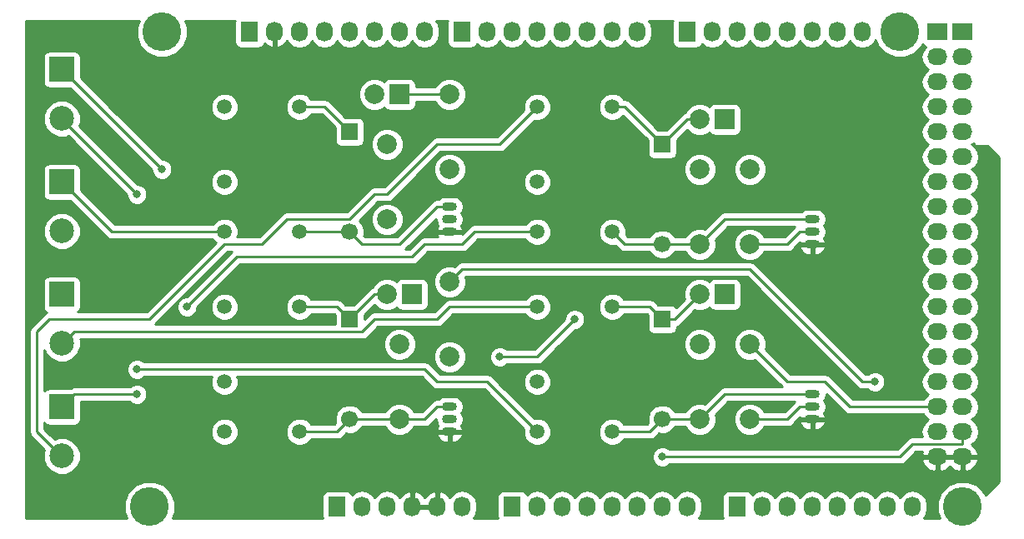
<source format=gbr>
G04 #@! TF.FileFunction,Copper,L2,Bot,Signal*
%FSLAX46Y46*%
G04 Gerber Fmt 4.6, Leading zero omitted, Abs format (unit mm)*
G04 Created by KiCad (PCBNEW no-vcs-found-undefined) date Sun Oct 23 11:40:43 2016*
%MOMM*%
%LPD*%
G01*
G04 APERTURE LIST*
%ADD10C,0.100000*%
%ADD11C,3.937000*%
%ADD12C,2.500000*%
%ADD13R,2.500000X2.500000*%
%ADD14O,1.727200X2.032000*%
%ADD15R,1.727200X2.032000*%
%ADD16R,2.032000X1.727200*%
%ADD17O,2.032000X1.727200*%
%ADD18R,2.000000X2.000000*%
%ADD19C,2.000000*%
%ADD20R,1.699260X1.699260*%
%ADD21C,1.699260*%
%ADD22C,1.998980*%
%ADD23O,1.501140X0.899160*%
%ADD24C,1.501140*%
%ADD25C,0.800000*%
%ADD26C,0.250000*%
%ADD27C,0.254000*%
G04 APERTURE END LIST*
D10*
D11*
X128270000Y-137160000D03*
X129540000Y-88900000D03*
X204470000Y-88900000D03*
X210820000Y-137160000D03*
D12*
X119380000Y-97710000D03*
D13*
X119380000Y-92710000D03*
X119380000Y-104140000D03*
D12*
X119380000Y-109140000D03*
X119380000Y-120570000D03*
D13*
X119380000Y-115570000D03*
X119380000Y-127000000D03*
D12*
X119380000Y-132000000D03*
D14*
X156210000Y-88900000D03*
X153670000Y-88900000D03*
X151130000Y-88900000D03*
X148590000Y-88900000D03*
X146050000Y-88900000D03*
X143510000Y-88900000D03*
X140970000Y-88900000D03*
D15*
X138430000Y-88900000D03*
X160020000Y-88900000D03*
D14*
X162560000Y-88900000D03*
X165100000Y-88900000D03*
X167640000Y-88900000D03*
X170180000Y-88900000D03*
X172720000Y-88900000D03*
X175260000Y-88900000D03*
X177800000Y-88900000D03*
X200660000Y-88900000D03*
X198120000Y-88900000D03*
X195580000Y-88900000D03*
X193040000Y-88900000D03*
X190500000Y-88900000D03*
X187960000Y-88900000D03*
X185420000Y-88900000D03*
D15*
X182880000Y-88900000D03*
X165100000Y-137160000D03*
D14*
X167640000Y-137160000D03*
X170180000Y-137160000D03*
X172720000Y-137160000D03*
X175260000Y-137160000D03*
X177800000Y-137160000D03*
X180340000Y-137160000D03*
X182880000Y-137160000D03*
X205740000Y-137160000D03*
X203200000Y-137160000D03*
X200660000Y-137160000D03*
X198120000Y-137160000D03*
X195580000Y-137160000D03*
X193040000Y-137160000D03*
X190500000Y-137160000D03*
D15*
X187960000Y-137160000D03*
D16*
X208280000Y-88900000D03*
D17*
X208280000Y-91440000D03*
X208280000Y-93980000D03*
X208280000Y-96520000D03*
X208280000Y-99060000D03*
X208280000Y-101600000D03*
X208280000Y-104140000D03*
X208280000Y-106680000D03*
X208280000Y-109220000D03*
X208280000Y-111760000D03*
X208280000Y-114300000D03*
X208280000Y-116840000D03*
X208280000Y-119380000D03*
X208280000Y-121920000D03*
X208280000Y-124460000D03*
X208280000Y-127000000D03*
X208280000Y-129540000D03*
X208280000Y-132080000D03*
X210820000Y-132080000D03*
X210820000Y-129540000D03*
X210820000Y-127000000D03*
X210820000Y-124460000D03*
X210820000Y-121920000D03*
X210820000Y-119380000D03*
X210820000Y-116840000D03*
X210820000Y-114300000D03*
X210820000Y-111760000D03*
X210820000Y-109220000D03*
X210820000Y-106680000D03*
X210820000Y-104140000D03*
X210820000Y-101600000D03*
X210820000Y-99060000D03*
X210820000Y-96520000D03*
X210820000Y-93980000D03*
X210820000Y-91440000D03*
D16*
X210820000Y-88900000D03*
D15*
X147320000Y-137160000D03*
D14*
X149860000Y-137160000D03*
X152400000Y-137160000D03*
X154940000Y-137160000D03*
X157480000Y-137160000D03*
X160020000Y-137160000D03*
D18*
X154940000Y-115570000D03*
D19*
X152400000Y-115570000D03*
D20*
X148592540Y-118110520D03*
D21*
X148592540Y-128270520D03*
D18*
X186690000Y-97790000D03*
D19*
X184150000Y-97790000D03*
D21*
X180342540Y-110490520D03*
D20*
X180342540Y-100330520D03*
D22*
X153670000Y-128270000D03*
X153670000Y-120650000D03*
D18*
X153670000Y-95250000D03*
D19*
X151130000Y-95250000D03*
D20*
X148592540Y-99060520D03*
D21*
X148592540Y-109220520D03*
D19*
X184150000Y-115570000D03*
D18*
X186690000Y-115570000D03*
D20*
X180342540Y-118110520D03*
D21*
X180342540Y-128270520D03*
D23*
X158750000Y-128270000D03*
X158750000Y-127000000D03*
X158750000Y-129540000D03*
X158750000Y-109220000D03*
X158750000Y-106680000D03*
X158750000Y-107950000D03*
X195580000Y-128270000D03*
X195580000Y-125730000D03*
X195580000Y-127000000D03*
X195580000Y-109220000D03*
X195580000Y-107950000D03*
X195580000Y-110490000D03*
D22*
X158750000Y-121920000D03*
X158750000Y-114300000D03*
X152400000Y-107950000D03*
X152400000Y-100330000D03*
X158750000Y-95250000D03*
X158750000Y-102870000D03*
X189230000Y-120650000D03*
X189230000Y-128270000D03*
X189230000Y-102870000D03*
X189230000Y-110490000D03*
X184150000Y-120650000D03*
X184150000Y-128270000D03*
X184150000Y-102870000D03*
X184150000Y-110490000D03*
D24*
X135890000Y-116840000D03*
X143510000Y-116840000D03*
X135890000Y-124460000D03*
X135890000Y-129540000D03*
X143510000Y-129540000D03*
X135890000Y-96520000D03*
X143510000Y-96520000D03*
X135890000Y-104140000D03*
X135890000Y-109220000D03*
X143510000Y-109220000D03*
X175260000Y-129540000D03*
X167640000Y-129540000D03*
X167640000Y-124460000D03*
X175260000Y-116840000D03*
X167640000Y-116840000D03*
X175260000Y-109220000D03*
X167640000Y-109220000D03*
X167640000Y-104140000D03*
X175260000Y-96520000D03*
X167640000Y-96520000D03*
D25*
X201930000Y-124460000D03*
X180340000Y-132080000D03*
X171450000Y-118110000D03*
X163830000Y-121920000D03*
X127000000Y-123190000D03*
X127000000Y-125730000D03*
X132080000Y-116840000D03*
X127000000Y-105410000D03*
X129540000Y-102870000D03*
D26*
X158750000Y-114300000D02*
X160020000Y-113030000D01*
X160020000Y-113030000D02*
X189230000Y-113030000D01*
X189230000Y-113030000D02*
X200660000Y-124460000D01*
X200660000Y-124460000D02*
X201930000Y-124460000D01*
X210820000Y-129540000D02*
X210820000Y-130810000D01*
X210820000Y-130810000D02*
X205740000Y-130810000D01*
X205740000Y-130810000D02*
X204470000Y-132080000D01*
X204470000Y-132080000D02*
X180340000Y-132080000D01*
X189230000Y-120650000D02*
X193040000Y-124460000D01*
X193040000Y-124460000D02*
X196850000Y-124460000D01*
X196850000Y-124460000D02*
X199390000Y-127000000D01*
X199390000Y-127000000D02*
X208280000Y-127000000D01*
X171450000Y-118110000D02*
X167640000Y-121920000D01*
X167640000Y-121920000D02*
X163830000Y-121920000D01*
X148592540Y-118110520D02*
X148590000Y-118110000D01*
X148590000Y-118110000D02*
X151130000Y-115570000D01*
X151130000Y-115570000D02*
X152400000Y-115570000D01*
X148592540Y-118110520D02*
X148590000Y-118110000D01*
X148590000Y-118110000D02*
X147320000Y-116840000D01*
X147320000Y-116840000D02*
X143510000Y-116840000D01*
X158750000Y-127000000D02*
X157480000Y-127000000D01*
X157480000Y-127000000D02*
X156210000Y-128270000D01*
X156210000Y-128270000D02*
X153670000Y-128270000D01*
X148592540Y-128270520D02*
X148590000Y-128270000D01*
X148590000Y-128270000D02*
X147320000Y-129540000D01*
X147320000Y-129540000D02*
X143510000Y-129540000D01*
X153670000Y-128270000D02*
X148590000Y-128270000D01*
X148590000Y-128270000D02*
X148592540Y-128270520D01*
X148592540Y-99060520D02*
X148590000Y-99060000D01*
X148590000Y-99060000D02*
X146050000Y-96520000D01*
X146050000Y-96520000D02*
X143510000Y-96520000D01*
X153670000Y-95250000D02*
X158750000Y-95250000D01*
X148592540Y-109220520D02*
X148590000Y-109220000D01*
X148590000Y-109220000D02*
X149860000Y-110490000D01*
X149860000Y-110490000D02*
X153670000Y-110490000D01*
X153670000Y-110490000D02*
X157480000Y-106680000D01*
X157480000Y-106680000D02*
X158750000Y-106680000D01*
X148592540Y-109220520D02*
X148590000Y-109220000D01*
X148590000Y-109220000D02*
X143510000Y-109220000D01*
X184150000Y-115570000D02*
X181610000Y-118110000D01*
X181610000Y-118110000D02*
X180340000Y-118110000D01*
X180340000Y-118110000D02*
X180342540Y-118110520D01*
X180342540Y-118110520D02*
X180340000Y-118110000D01*
X180340000Y-118110000D02*
X179070000Y-116840000D01*
X179070000Y-116840000D02*
X175260000Y-116840000D01*
X180342540Y-100330520D02*
X180340000Y-100330000D01*
X180340000Y-100330000D02*
X176530000Y-96520000D01*
X176530000Y-96520000D02*
X175260000Y-96520000D01*
X180342540Y-100330520D02*
X180340000Y-100330000D01*
X180340000Y-100330000D02*
X182880000Y-97790000D01*
X182880000Y-97790000D02*
X184150000Y-97790000D01*
X184150000Y-128270000D02*
X186690000Y-125730000D01*
X186690000Y-125730000D02*
X195580000Y-125730000D01*
X180342540Y-128270520D02*
X180340000Y-128270000D01*
X180340000Y-128270000D02*
X179070000Y-129540000D01*
X179070000Y-129540000D02*
X175260000Y-129540000D01*
X180342540Y-128270520D02*
X180340000Y-128270000D01*
X180340000Y-128270000D02*
X184150000Y-128270000D01*
X184150000Y-110490000D02*
X186690000Y-107950000D01*
X186690000Y-107950000D02*
X195580000Y-107950000D01*
X175260000Y-109220000D02*
X176530000Y-110490000D01*
X176530000Y-110490000D02*
X180340000Y-110490000D01*
X180340000Y-110490000D02*
X180342540Y-110490520D01*
X180342540Y-110490520D02*
X180340000Y-110490000D01*
X180340000Y-110490000D02*
X184150000Y-110490000D01*
X119380000Y-104140000D02*
X124460000Y-109220000D01*
X124460000Y-109220000D02*
X135890000Y-109220000D01*
X167640000Y-129540000D02*
X162560000Y-124460000D01*
X162560000Y-124460000D02*
X157480000Y-124460000D01*
X157480000Y-124460000D02*
X156210000Y-123190000D01*
X156210000Y-123190000D02*
X127000000Y-123190000D01*
X119380000Y-127000000D02*
X120650000Y-125730000D01*
X120650000Y-125730000D02*
X127000000Y-125730000D01*
X132080000Y-116840000D02*
X137160000Y-111760000D01*
X137160000Y-111760000D02*
X154940000Y-111760000D01*
X154940000Y-111760000D02*
X156210000Y-110490000D01*
X156210000Y-110490000D02*
X160020000Y-110490000D01*
X160020000Y-110490000D02*
X161290000Y-109220000D01*
X161290000Y-109220000D02*
X167640000Y-109220000D01*
X127000000Y-105410000D02*
X119380000Y-97790000D01*
X119380000Y-97790000D02*
X119380000Y-97710000D01*
X129540000Y-102870000D02*
X119380000Y-92710000D01*
X119380000Y-120570000D02*
X119380000Y-120650000D01*
X119380000Y-120650000D02*
X120650000Y-119380000D01*
X120650000Y-119380000D02*
X149860000Y-119380000D01*
X149860000Y-119380000D02*
X151130000Y-118110000D01*
X151130000Y-118110000D02*
X157480000Y-118110000D01*
X157480000Y-118110000D02*
X158750000Y-116840000D01*
X158750000Y-116840000D02*
X167640000Y-116840000D01*
X167640000Y-96520000D02*
X163830000Y-100330000D01*
X163830000Y-100330000D02*
X157480000Y-100330000D01*
X157480000Y-100330000D02*
X152400000Y-105410000D01*
X152400000Y-105410000D02*
X151130000Y-105410000D01*
X151130000Y-105410000D02*
X148590000Y-107950000D01*
X148590000Y-107950000D02*
X142240000Y-107950000D01*
X142240000Y-107950000D02*
X139700000Y-110490000D01*
X139700000Y-110490000D02*
X135890000Y-110490000D01*
X135890000Y-110490000D02*
X128270000Y-118110000D01*
X128270000Y-118110000D02*
X118110000Y-118110000D01*
X118110000Y-118110000D02*
X116840000Y-119380000D01*
X116840000Y-119380000D02*
X116840000Y-129540000D01*
X116840000Y-129540000D02*
X119380000Y-132080000D01*
X119380000Y-132080000D02*
X119380000Y-132000000D01*
X195580000Y-127000000D02*
X194310000Y-127000000D01*
X194310000Y-127000000D02*
X193040000Y-128270000D01*
X193040000Y-128270000D02*
X189230000Y-128270000D01*
X195580000Y-109220000D02*
X194310000Y-109220000D01*
X194310000Y-109220000D02*
X193040000Y-110490000D01*
X193040000Y-110490000D02*
X189230000Y-110490000D01*
D27*
G36*
X126936953Y-88379860D02*
X126936049Y-89415596D01*
X127331573Y-90372838D01*
X128063310Y-91105853D01*
X129019860Y-91503047D01*
X130055596Y-91503951D01*
X131012838Y-91108427D01*
X131745853Y-90376690D01*
X132143047Y-89420140D01*
X132143951Y-88384404D01*
X131884713Y-87757000D01*
X136944222Y-87757000D01*
X136918960Y-87884000D01*
X136918960Y-89916000D01*
X136968243Y-90163765D01*
X137108591Y-90373809D01*
X137318635Y-90514157D01*
X137566400Y-90563440D01*
X139293600Y-90563440D01*
X139541365Y-90514157D01*
X139751409Y-90373809D01*
X139891757Y-90163765D01*
X139909694Y-90073590D01*
X140067964Y-90250732D01*
X140595209Y-90504709D01*
X140610974Y-90507358D01*
X140843000Y-90386217D01*
X140843000Y-89027000D01*
X140823000Y-89027000D01*
X140823000Y-88773000D01*
X140843000Y-88773000D01*
X140843000Y-88753000D01*
X141097000Y-88753000D01*
X141097000Y-88773000D01*
X141117000Y-88773000D01*
X141117000Y-89027000D01*
X141097000Y-89027000D01*
X141097000Y-90386217D01*
X141329026Y-90507358D01*
X141344791Y-90504709D01*
X141872036Y-90250732D01*
X142243539Y-89834931D01*
X142450330Y-90144415D01*
X142936511Y-90469271D01*
X143510000Y-90583345D01*
X144083489Y-90469271D01*
X144569670Y-90144415D01*
X144780000Y-89829634D01*
X144990330Y-90144415D01*
X145476511Y-90469271D01*
X146050000Y-90583345D01*
X146623489Y-90469271D01*
X147109670Y-90144415D01*
X147320000Y-89829634D01*
X147530330Y-90144415D01*
X148016511Y-90469271D01*
X148590000Y-90583345D01*
X149163489Y-90469271D01*
X149649670Y-90144415D01*
X149860000Y-89829634D01*
X150070330Y-90144415D01*
X150556511Y-90469271D01*
X151130000Y-90583345D01*
X151703489Y-90469271D01*
X152189670Y-90144415D01*
X152400000Y-89829634D01*
X152610330Y-90144415D01*
X153096511Y-90469271D01*
X153670000Y-90583345D01*
X154243489Y-90469271D01*
X154729670Y-90144415D01*
X154940000Y-89829634D01*
X155150330Y-90144415D01*
X155636511Y-90469271D01*
X156210000Y-90583345D01*
X156783489Y-90469271D01*
X157269670Y-90144415D01*
X157594526Y-89658234D01*
X157708600Y-89084745D01*
X157708600Y-88715255D01*
X157594526Y-88141766D01*
X157337433Y-87757000D01*
X158534222Y-87757000D01*
X158508960Y-87884000D01*
X158508960Y-89916000D01*
X158558243Y-90163765D01*
X158698591Y-90373809D01*
X158908635Y-90514157D01*
X159156400Y-90563440D01*
X160883600Y-90563440D01*
X161131365Y-90514157D01*
X161341409Y-90373809D01*
X161481757Y-90163765D01*
X161488984Y-90127434D01*
X161500330Y-90144415D01*
X161986511Y-90469271D01*
X162560000Y-90583345D01*
X163133489Y-90469271D01*
X163619670Y-90144415D01*
X163830000Y-89829634D01*
X164040330Y-90144415D01*
X164526511Y-90469271D01*
X165100000Y-90583345D01*
X165673489Y-90469271D01*
X166159670Y-90144415D01*
X166370000Y-89829634D01*
X166580330Y-90144415D01*
X167066511Y-90469271D01*
X167640000Y-90583345D01*
X168213489Y-90469271D01*
X168699670Y-90144415D01*
X168910000Y-89829634D01*
X169120330Y-90144415D01*
X169606511Y-90469271D01*
X170180000Y-90583345D01*
X170753489Y-90469271D01*
X171239670Y-90144415D01*
X171450000Y-89829634D01*
X171660330Y-90144415D01*
X172146511Y-90469271D01*
X172720000Y-90583345D01*
X173293489Y-90469271D01*
X173779670Y-90144415D01*
X173990000Y-89829634D01*
X174200330Y-90144415D01*
X174686511Y-90469271D01*
X175260000Y-90583345D01*
X175833489Y-90469271D01*
X176319670Y-90144415D01*
X176530000Y-89829634D01*
X176740330Y-90144415D01*
X177226511Y-90469271D01*
X177800000Y-90583345D01*
X178373489Y-90469271D01*
X178859670Y-90144415D01*
X179184526Y-89658234D01*
X179298600Y-89084745D01*
X179298600Y-88715255D01*
X179184526Y-88141766D01*
X178927433Y-87757000D01*
X181394222Y-87757000D01*
X181368960Y-87884000D01*
X181368960Y-89916000D01*
X181418243Y-90163765D01*
X181558591Y-90373809D01*
X181768635Y-90514157D01*
X182016400Y-90563440D01*
X183743600Y-90563440D01*
X183991365Y-90514157D01*
X184201409Y-90373809D01*
X184341757Y-90163765D01*
X184348984Y-90127434D01*
X184360330Y-90144415D01*
X184846511Y-90469271D01*
X185420000Y-90583345D01*
X185993489Y-90469271D01*
X186479670Y-90144415D01*
X186690000Y-89829634D01*
X186900330Y-90144415D01*
X187386511Y-90469271D01*
X187960000Y-90583345D01*
X188533489Y-90469271D01*
X189019670Y-90144415D01*
X189230000Y-89829634D01*
X189440330Y-90144415D01*
X189926511Y-90469271D01*
X190500000Y-90583345D01*
X191073489Y-90469271D01*
X191559670Y-90144415D01*
X191770000Y-89829634D01*
X191980330Y-90144415D01*
X192466511Y-90469271D01*
X193040000Y-90583345D01*
X193613489Y-90469271D01*
X194099670Y-90144415D01*
X194310000Y-89829634D01*
X194520330Y-90144415D01*
X195006511Y-90469271D01*
X195580000Y-90583345D01*
X196153489Y-90469271D01*
X196639670Y-90144415D01*
X196850000Y-89829634D01*
X197060330Y-90144415D01*
X197546511Y-90469271D01*
X198120000Y-90583345D01*
X198693489Y-90469271D01*
X199179670Y-90144415D01*
X199390000Y-89829634D01*
X199600330Y-90144415D01*
X200086511Y-90469271D01*
X200660000Y-90583345D01*
X201233489Y-90469271D01*
X201719670Y-90144415D01*
X201996193Y-89730569D01*
X202261573Y-90372838D01*
X202993310Y-91105853D01*
X203949860Y-91503047D01*
X204985596Y-91503951D01*
X205942838Y-91108427D01*
X206675853Y-90376690D01*
X206765573Y-90160620D01*
X206806191Y-90221409D01*
X207016235Y-90361757D01*
X207052566Y-90368984D01*
X207035585Y-90380330D01*
X206710729Y-90866511D01*
X206596655Y-91440000D01*
X206710729Y-92013489D01*
X207035585Y-92499670D01*
X207350366Y-92710000D01*
X207035585Y-92920330D01*
X206710729Y-93406511D01*
X206596655Y-93980000D01*
X206710729Y-94553489D01*
X207035585Y-95039670D01*
X207350366Y-95250000D01*
X207035585Y-95460330D01*
X206710729Y-95946511D01*
X206596655Y-96520000D01*
X206710729Y-97093489D01*
X207035585Y-97579670D01*
X207350366Y-97790000D01*
X207035585Y-98000330D01*
X206710729Y-98486511D01*
X206596655Y-99060000D01*
X206710729Y-99633489D01*
X207035585Y-100119670D01*
X207350366Y-100330000D01*
X207035585Y-100540330D01*
X206710729Y-101026511D01*
X206596655Y-101600000D01*
X206710729Y-102173489D01*
X207035585Y-102659670D01*
X207350366Y-102870000D01*
X207035585Y-103080330D01*
X206710729Y-103566511D01*
X206596655Y-104140000D01*
X206710729Y-104713489D01*
X207035585Y-105199670D01*
X207350366Y-105410000D01*
X207035585Y-105620330D01*
X206710729Y-106106511D01*
X206596655Y-106680000D01*
X206710729Y-107253489D01*
X207035585Y-107739670D01*
X207350366Y-107950000D01*
X207035585Y-108160330D01*
X206710729Y-108646511D01*
X206596655Y-109220000D01*
X206710729Y-109793489D01*
X207035585Y-110279670D01*
X207350366Y-110490000D01*
X207035585Y-110700330D01*
X206710729Y-111186511D01*
X206596655Y-111760000D01*
X206710729Y-112333489D01*
X207035585Y-112819670D01*
X207350366Y-113030000D01*
X207035585Y-113240330D01*
X206710729Y-113726511D01*
X206596655Y-114300000D01*
X206710729Y-114873489D01*
X207035585Y-115359670D01*
X207350366Y-115570000D01*
X207035585Y-115780330D01*
X206710729Y-116266511D01*
X206596655Y-116840000D01*
X206710729Y-117413489D01*
X207035585Y-117899670D01*
X207350366Y-118110000D01*
X207035585Y-118320330D01*
X206710729Y-118806511D01*
X206596655Y-119380000D01*
X206710729Y-119953489D01*
X207035585Y-120439670D01*
X207350366Y-120650000D01*
X207035585Y-120860330D01*
X206710729Y-121346511D01*
X206596655Y-121920000D01*
X206710729Y-122493489D01*
X207035585Y-122979670D01*
X207350366Y-123190000D01*
X207035585Y-123400330D01*
X206710729Y-123886511D01*
X206596655Y-124460000D01*
X206710729Y-125033489D01*
X207035585Y-125519670D01*
X207350366Y-125730000D01*
X207035585Y-125940330D01*
X206835352Y-126240000D01*
X199704802Y-126240000D01*
X197387401Y-123922599D01*
X197140839Y-123757852D01*
X196850000Y-123700000D01*
X193354802Y-123700000D01*
X190795885Y-121141083D01*
X190864206Y-120976547D01*
X190864774Y-120326306D01*
X190616462Y-119725345D01*
X190157073Y-119265154D01*
X189556547Y-119015794D01*
X188906306Y-119015226D01*
X188305345Y-119263538D01*
X187845154Y-119722927D01*
X187595794Y-120323453D01*
X187595226Y-120973694D01*
X187843538Y-121574655D01*
X188302927Y-122034846D01*
X188903453Y-122284206D01*
X189553694Y-122284774D01*
X189720889Y-122215691D01*
X192475198Y-124970000D01*
X186690000Y-124970000D01*
X186447414Y-125018254D01*
X186399160Y-125027852D01*
X186152599Y-125192599D01*
X184641083Y-126704115D01*
X184476547Y-126635794D01*
X183826306Y-126635226D01*
X183225345Y-126883538D01*
X182765154Y-127342927D01*
X182695779Y-127510000D01*
X181634672Y-127510000D01*
X181601882Y-127430643D01*
X181184614Y-127012646D01*
X180639147Y-126786148D01*
X180048524Y-126785632D01*
X179502663Y-127011178D01*
X179084666Y-127428446D01*
X178858168Y-127973913D01*
X178857652Y-128564536D01*
X178890694Y-128644504D01*
X178755198Y-128780000D01*
X176445163Y-128780000D01*
X176435314Y-128756163D01*
X176045887Y-128366056D01*
X175536816Y-128154671D01*
X174985602Y-128154190D01*
X174476163Y-128364686D01*
X174086056Y-128754113D01*
X173874671Y-129263184D01*
X173874190Y-129814398D01*
X174084686Y-130323837D01*
X174474113Y-130713944D01*
X174983184Y-130925329D01*
X175534398Y-130925810D01*
X176043837Y-130715314D01*
X176433944Y-130325887D01*
X176444693Y-130300000D01*
X179070000Y-130300000D01*
X179360839Y-130242148D01*
X179607401Y-130077401D01*
X179963952Y-129720850D01*
X180045933Y-129754892D01*
X180636556Y-129755408D01*
X181182417Y-129529862D01*
X181600414Y-129112594D01*
X181634710Y-129030000D01*
X182695504Y-129030000D01*
X182763538Y-129194655D01*
X183222927Y-129654846D01*
X183823453Y-129904206D01*
X184473694Y-129904774D01*
X185074655Y-129656462D01*
X185534846Y-129197073D01*
X185784206Y-128596547D01*
X185784774Y-127946306D01*
X185715691Y-127779111D01*
X187004802Y-126490000D01*
X193745198Y-126490000D01*
X192725198Y-127510000D01*
X190684496Y-127510000D01*
X190616462Y-127345345D01*
X190157073Y-126885154D01*
X189556547Y-126635794D01*
X188906306Y-126635226D01*
X188305345Y-126883538D01*
X187845154Y-127342927D01*
X187595794Y-127943453D01*
X187595226Y-128593694D01*
X187843538Y-129194655D01*
X188302927Y-129654846D01*
X188903453Y-129904206D01*
X189553694Y-129904774D01*
X190154655Y-129656462D01*
X190614846Y-129197073D01*
X190684221Y-129030000D01*
X193040000Y-129030000D01*
X193330839Y-128972148D01*
X193577401Y-128807401D01*
X193820867Y-128563935D01*
X194235019Y-128563935D01*
X194422294Y-128947111D01*
X194746627Y-129223420D01*
X195152010Y-129354580D01*
X195453000Y-129354580D01*
X195453000Y-128397000D01*
X195707000Y-128397000D01*
X195707000Y-129354580D01*
X196007990Y-129354580D01*
X196413373Y-129223420D01*
X196737706Y-128947111D01*
X196924981Y-128563935D01*
X196798068Y-128397000D01*
X195707000Y-128397000D01*
X195453000Y-128397000D01*
X194361932Y-128397000D01*
X194235019Y-128563935D01*
X193820867Y-128563935D01*
X194310048Y-128074754D01*
X194361932Y-128143000D01*
X195453000Y-128143000D01*
X195453000Y-128123000D01*
X195707000Y-128123000D01*
X195707000Y-128143000D01*
X196798068Y-128143000D01*
X196924981Y-127976065D01*
X196760359Y-127639238D01*
X196910156Y-127415051D01*
X196992715Y-127000000D01*
X196910156Y-126584949D01*
X196763191Y-126365000D01*
X196910156Y-126145051D01*
X196992715Y-125730000D01*
X196979683Y-125664485D01*
X198852599Y-127537401D01*
X199099160Y-127702148D01*
X199147414Y-127711746D01*
X199390000Y-127760000D01*
X206835352Y-127760000D01*
X207035585Y-128059670D01*
X207350366Y-128270000D01*
X207035585Y-128480330D01*
X206710729Y-128966511D01*
X206596655Y-129540000D01*
X206698100Y-130050000D01*
X205740000Y-130050000D01*
X205449160Y-130107852D01*
X205202599Y-130272599D01*
X204155198Y-131320000D01*
X181043761Y-131320000D01*
X180927046Y-131203081D01*
X180546777Y-131045180D01*
X180135029Y-131044821D01*
X179754485Y-131202058D01*
X179463081Y-131492954D01*
X179305180Y-131873223D01*
X179304821Y-132284971D01*
X179462058Y-132665515D01*
X179752954Y-132956919D01*
X180133223Y-133114820D01*
X180544971Y-133115179D01*
X180925515Y-132957942D01*
X181043663Y-132840000D01*
X204470000Y-132840000D01*
X204760839Y-132782148D01*
X205007401Y-132617401D01*
X205185776Y-132439026D01*
X206672642Y-132439026D01*
X206675291Y-132454791D01*
X206929268Y-132982036D01*
X207365680Y-133371954D01*
X207918087Y-133565184D01*
X208153000Y-133420924D01*
X208153000Y-132207000D01*
X208407000Y-132207000D01*
X208407000Y-133420924D01*
X208641913Y-133565184D01*
X209194320Y-133371954D01*
X209550000Y-133054167D01*
X209905680Y-133371954D01*
X210458087Y-133565184D01*
X210693000Y-133420924D01*
X210693000Y-132207000D01*
X210947000Y-132207000D01*
X210947000Y-133420924D01*
X211181913Y-133565184D01*
X211734320Y-133371954D01*
X212170732Y-132982036D01*
X212424709Y-132454791D01*
X212427358Y-132439026D01*
X212306217Y-132207000D01*
X210947000Y-132207000D01*
X210693000Y-132207000D01*
X208407000Y-132207000D01*
X208153000Y-132207000D01*
X206793783Y-132207000D01*
X206672642Y-132439026D01*
X205185776Y-132439026D01*
X206054802Y-131570000D01*
X206740422Y-131570000D01*
X206675291Y-131705209D01*
X206672642Y-131720974D01*
X206793783Y-131953000D01*
X208153000Y-131953000D01*
X208153000Y-131933000D01*
X208407000Y-131933000D01*
X208407000Y-131953000D01*
X210693000Y-131953000D01*
X210693000Y-131933000D01*
X210947000Y-131933000D01*
X210947000Y-131953000D01*
X212306217Y-131953000D01*
X212427358Y-131720974D01*
X212424709Y-131705209D01*
X212170732Y-131177964D01*
X211754931Y-130806461D01*
X212064415Y-130599670D01*
X212389271Y-130113489D01*
X212503345Y-129540000D01*
X212389271Y-128966511D01*
X212064415Y-128480330D01*
X211749634Y-128270000D01*
X212064415Y-128059670D01*
X212389271Y-127573489D01*
X212503345Y-127000000D01*
X212389271Y-126426511D01*
X212064415Y-125940330D01*
X211749634Y-125730000D01*
X212064415Y-125519670D01*
X212389271Y-125033489D01*
X212503345Y-124460000D01*
X212389271Y-123886511D01*
X212064415Y-123400330D01*
X211749634Y-123190000D01*
X212064415Y-122979670D01*
X212389271Y-122493489D01*
X212503345Y-121920000D01*
X212389271Y-121346511D01*
X212064415Y-120860330D01*
X211749634Y-120650000D01*
X212064415Y-120439670D01*
X212389271Y-119953489D01*
X212503345Y-119380000D01*
X212389271Y-118806511D01*
X212064415Y-118320330D01*
X211749634Y-118110000D01*
X212064415Y-117899670D01*
X212389271Y-117413489D01*
X212503345Y-116840000D01*
X212389271Y-116266511D01*
X212064415Y-115780330D01*
X211749634Y-115570000D01*
X212064415Y-115359670D01*
X212389271Y-114873489D01*
X212503345Y-114300000D01*
X212389271Y-113726511D01*
X212064415Y-113240330D01*
X211749634Y-113030000D01*
X212064415Y-112819670D01*
X212389271Y-112333489D01*
X212503345Y-111760000D01*
X212389271Y-111186511D01*
X212064415Y-110700330D01*
X211749634Y-110490000D01*
X212064415Y-110279670D01*
X212389271Y-109793489D01*
X212503345Y-109220000D01*
X212389271Y-108646511D01*
X212064415Y-108160330D01*
X211749634Y-107950000D01*
X212064415Y-107739670D01*
X212389271Y-107253489D01*
X212503345Y-106680000D01*
X212389271Y-106106511D01*
X212064415Y-105620330D01*
X211749634Y-105410000D01*
X212064415Y-105199670D01*
X212389271Y-104713489D01*
X212503345Y-104140000D01*
X212389271Y-103566511D01*
X212064415Y-103080330D01*
X211749634Y-102870000D01*
X212064415Y-102659670D01*
X212389271Y-102173489D01*
X212503345Y-101600000D01*
X212389271Y-101026511D01*
X212064415Y-100540330D01*
X211749634Y-100330000D01*
X211963000Y-100187433D01*
X211963000Y-100330000D01*
X211972667Y-100378601D01*
X212000197Y-100419803D01*
X212041399Y-100447333D01*
X212090000Y-100457000D01*
X213307394Y-100457000D01*
X214503000Y-101652606D01*
X214503000Y-134567394D01*
X213132166Y-135938228D01*
X213028427Y-135687162D01*
X212296690Y-134954147D01*
X211340140Y-134556953D01*
X210304404Y-134556049D01*
X209347162Y-134951573D01*
X208614147Y-135683310D01*
X208216953Y-136639860D01*
X208216049Y-137675596D01*
X208475287Y-138303000D01*
X206867433Y-138303000D01*
X207124526Y-137918234D01*
X207238600Y-137344745D01*
X207238600Y-136975255D01*
X207124526Y-136401766D01*
X206799670Y-135915585D01*
X206313489Y-135590729D01*
X205740000Y-135476655D01*
X205166511Y-135590729D01*
X204680330Y-135915585D01*
X204470000Y-136230366D01*
X204259670Y-135915585D01*
X203773489Y-135590729D01*
X203200000Y-135476655D01*
X202626511Y-135590729D01*
X202140330Y-135915585D01*
X201930000Y-136230366D01*
X201719670Y-135915585D01*
X201233489Y-135590729D01*
X200660000Y-135476655D01*
X200086511Y-135590729D01*
X199600330Y-135915585D01*
X199390000Y-136230366D01*
X199179670Y-135915585D01*
X198693489Y-135590729D01*
X198120000Y-135476655D01*
X197546511Y-135590729D01*
X197060330Y-135915585D01*
X196850000Y-136230366D01*
X196639670Y-135915585D01*
X196153489Y-135590729D01*
X195580000Y-135476655D01*
X195006511Y-135590729D01*
X194520330Y-135915585D01*
X194310000Y-136230366D01*
X194099670Y-135915585D01*
X193613489Y-135590729D01*
X193040000Y-135476655D01*
X192466511Y-135590729D01*
X191980330Y-135915585D01*
X191770000Y-136230366D01*
X191559670Y-135915585D01*
X191073489Y-135590729D01*
X190500000Y-135476655D01*
X189926511Y-135590729D01*
X189440330Y-135915585D01*
X189428984Y-135932566D01*
X189421757Y-135896235D01*
X189281409Y-135686191D01*
X189071365Y-135545843D01*
X188823600Y-135496560D01*
X187096400Y-135496560D01*
X186848635Y-135545843D01*
X186638591Y-135686191D01*
X186498243Y-135896235D01*
X186448960Y-136144000D01*
X186448960Y-138176000D01*
X186474222Y-138303000D01*
X184007433Y-138303000D01*
X184264526Y-137918234D01*
X184378600Y-137344745D01*
X184378600Y-136975255D01*
X184264526Y-136401766D01*
X183939670Y-135915585D01*
X183453489Y-135590729D01*
X182880000Y-135476655D01*
X182306511Y-135590729D01*
X181820330Y-135915585D01*
X181610000Y-136230366D01*
X181399670Y-135915585D01*
X180913489Y-135590729D01*
X180340000Y-135476655D01*
X179766511Y-135590729D01*
X179280330Y-135915585D01*
X179070000Y-136230366D01*
X178859670Y-135915585D01*
X178373489Y-135590729D01*
X177800000Y-135476655D01*
X177226511Y-135590729D01*
X176740330Y-135915585D01*
X176530000Y-136230366D01*
X176319670Y-135915585D01*
X175833489Y-135590729D01*
X175260000Y-135476655D01*
X174686511Y-135590729D01*
X174200330Y-135915585D01*
X173990000Y-136230366D01*
X173779670Y-135915585D01*
X173293489Y-135590729D01*
X172720000Y-135476655D01*
X172146511Y-135590729D01*
X171660330Y-135915585D01*
X171450000Y-136230366D01*
X171239670Y-135915585D01*
X170753489Y-135590729D01*
X170180000Y-135476655D01*
X169606511Y-135590729D01*
X169120330Y-135915585D01*
X168910000Y-136230366D01*
X168699670Y-135915585D01*
X168213489Y-135590729D01*
X167640000Y-135476655D01*
X167066511Y-135590729D01*
X166580330Y-135915585D01*
X166568984Y-135932566D01*
X166561757Y-135896235D01*
X166421409Y-135686191D01*
X166211365Y-135545843D01*
X165963600Y-135496560D01*
X164236400Y-135496560D01*
X163988635Y-135545843D01*
X163778591Y-135686191D01*
X163638243Y-135896235D01*
X163588960Y-136144000D01*
X163588960Y-138176000D01*
X163614222Y-138303000D01*
X161147433Y-138303000D01*
X161404526Y-137918234D01*
X161518600Y-137344745D01*
X161518600Y-136975255D01*
X161404526Y-136401766D01*
X161079670Y-135915585D01*
X160593489Y-135590729D01*
X160020000Y-135476655D01*
X159446511Y-135590729D01*
X158960330Y-135915585D01*
X158753539Y-136225069D01*
X158382036Y-135809268D01*
X157854791Y-135555291D01*
X157839026Y-135552642D01*
X157607000Y-135673783D01*
X157607000Y-137033000D01*
X157627000Y-137033000D01*
X157627000Y-137287000D01*
X157607000Y-137287000D01*
X157607000Y-137307000D01*
X157353000Y-137307000D01*
X157353000Y-137287000D01*
X155067000Y-137287000D01*
X155067000Y-137307000D01*
X154813000Y-137307000D01*
X154813000Y-137287000D01*
X154793000Y-137287000D01*
X154793000Y-137033000D01*
X154813000Y-137033000D01*
X154813000Y-135673783D01*
X155067000Y-135673783D01*
X155067000Y-137033000D01*
X157353000Y-137033000D01*
X157353000Y-135673783D01*
X157120974Y-135552642D01*
X157105209Y-135555291D01*
X156577964Y-135809268D01*
X156210000Y-136221108D01*
X155842036Y-135809268D01*
X155314791Y-135555291D01*
X155299026Y-135552642D01*
X155067000Y-135673783D01*
X154813000Y-135673783D01*
X154580974Y-135552642D01*
X154565209Y-135555291D01*
X154037964Y-135809268D01*
X153666461Y-136225069D01*
X153459670Y-135915585D01*
X152973489Y-135590729D01*
X152400000Y-135476655D01*
X151826511Y-135590729D01*
X151340330Y-135915585D01*
X151130000Y-136230366D01*
X150919670Y-135915585D01*
X150433489Y-135590729D01*
X149860000Y-135476655D01*
X149286511Y-135590729D01*
X148800330Y-135915585D01*
X148788984Y-135932566D01*
X148781757Y-135896235D01*
X148641409Y-135686191D01*
X148431365Y-135545843D01*
X148183600Y-135496560D01*
X146456400Y-135496560D01*
X146208635Y-135545843D01*
X145998591Y-135686191D01*
X145858243Y-135896235D01*
X145808960Y-136144000D01*
X145808960Y-138176000D01*
X145834222Y-138303000D01*
X130614413Y-138303000D01*
X130873047Y-137680140D01*
X130873951Y-136644404D01*
X130478427Y-135687162D01*
X129746690Y-134954147D01*
X128790140Y-134556953D01*
X127754404Y-134556049D01*
X126797162Y-134951573D01*
X126064147Y-135683310D01*
X125666953Y-136639860D01*
X125666049Y-137675596D01*
X125925287Y-138303000D01*
X115697000Y-138303000D01*
X115697000Y-119380000D01*
X116080000Y-119380000D01*
X116080000Y-129540000D01*
X116137852Y-129830839D01*
X116302599Y-130077401D01*
X117598980Y-131373782D01*
X117495328Y-131623405D01*
X117494674Y-132373305D01*
X117781043Y-133066372D01*
X118310839Y-133597093D01*
X119003405Y-133884672D01*
X119753305Y-133885326D01*
X120446372Y-133598957D01*
X120977093Y-133069161D01*
X121264672Y-132376595D01*
X121265326Y-131626695D01*
X120978957Y-130933628D01*
X120449161Y-130402907D01*
X119756595Y-130115328D01*
X119006695Y-130114674D01*
X118640701Y-130265899D01*
X118189200Y-129814398D01*
X134504190Y-129814398D01*
X134714686Y-130323837D01*
X135104113Y-130713944D01*
X135613184Y-130925329D01*
X136164398Y-130925810D01*
X136673837Y-130715314D01*
X137063944Y-130325887D01*
X137275329Y-129816816D01*
X137275331Y-129814398D01*
X142124190Y-129814398D01*
X142334686Y-130323837D01*
X142724113Y-130713944D01*
X143233184Y-130925329D01*
X143784398Y-130925810D01*
X144293837Y-130715314D01*
X144683944Y-130325887D01*
X144694693Y-130300000D01*
X147320000Y-130300000D01*
X147610839Y-130242148D01*
X147857401Y-130077401D01*
X148213952Y-129720850D01*
X148295933Y-129754892D01*
X148886556Y-129755408D01*
X149432417Y-129529862D01*
X149850414Y-129112594D01*
X149884710Y-129030000D01*
X152215504Y-129030000D01*
X152283538Y-129194655D01*
X152742927Y-129654846D01*
X153343453Y-129904206D01*
X153993694Y-129904774D01*
X154165137Y-129833935D01*
X157405019Y-129833935D01*
X157592294Y-130217111D01*
X157916627Y-130493420D01*
X158322010Y-130624580D01*
X158623000Y-130624580D01*
X158623000Y-129667000D01*
X158877000Y-129667000D01*
X158877000Y-130624580D01*
X159177990Y-130624580D01*
X159583373Y-130493420D01*
X159907706Y-130217111D01*
X160094981Y-129833935D01*
X159968068Y-129667000D01*
X158877000Y-129667000D01*
X158623000Y-129667000D01*
X157531932Y-129667000D01*
X157405019Y-129833935D01*
X154165137Y-129833935D01*
X154594655Y-129656462D01*
X155054846Y-129197073D01*
X155124221Y-129030000D01*
X156210000Y-129030000D01*
X156500839Y-128972148D01*
X156747401Y-128807401D01*
X157350317Y-128204485D01*
X157337285Y-128270000D01*
X157419844Y-128685051D01*
X157569641Y-128909238D01*
X157405019Y-129246065D01*
X157531932Y-129413000D01*
X158623000Y-129413000D01*
X158623000Y-129393000D01*
X158877000Y-129393000D01*
X158877000Y-129413000D01*
X159968068Y-129413000D01*
X160094981Y-129246065D01*
X159930359Y-128909238D01*
X160080156Y-128685051D01*
X160162715Y-128270000D01*
X160080156Y-127854949D01*
X159933191Y-127635000D01*
X160080156Y-127415051D01*
X160162715Y-127000000D01*
X160080156Y-126584949D01*
X159845049Y-126233086D01*
X159493186Y-125997979D01*
X159078135Y-125915420D01*
X158421865Y-125915420D01*
X158006814Y-125997979D01*
X157654951Y-126233086D01*
X157650331Y-126240000D01*
X157480000Y-126240000D01*
X157189160Y-126297852D01*
X156942599Y-126462599D01*
X155895198Y-127510000D01*
X155124496Y-127510000D01*
X155056462Y-127345345D01*
X154597073Y-126885154D01*
X153996547Y-126635794D01*
X153346306Y-126635226D01*
X152745345Y-126883538D01*
X152285154Y-127342927D01*
X152215779Y-127510000D01*
X149884672Y-127510000D01*
X149851882Y-127430643D01*
X149434614Y-127012646D01*
X148889147Y-126786148D01*
X148298524Y-126785632D01*
X147752663Y-127011178D01*
X147334666Y-127428446D01*
X147108168Y-127973913D01*
X147107652Y-128564536D01*
X147140694Y-128644504D01*
X147005198Y-128780000D01*
X144695163Y-128780000D01*
X144685314Y-128756163D01*
X144295887Y-128366056D01*
X143786816Y-128154671D01*
X143235602Y-128154190D01*
X142726163Y-128364686D01*
X142336056Y-128754113D01*
X142124671Y-129263184D01*
X142124190Y-129814398D01*
X137275331Y-129814398D01*
X137275810Y-129265602D01*
X137065314Y-128756163D01*
X136675887Y-128366056D01*
X136166816Y-128154671D01*
X135615602Y-128154190D01*
X135106163Y-128364686D01*
X134716056Y-128754113D01*
X134504671Y-129263184D01*
X134504190Y-129814398D01*
X118189200Y-129814398D01*
X117600000Y-129225198D01*
X117600000Y-128599768D01*
X117672191Y-128707809D01*
X117882235Y-128848157D01*
X118130000Y-128897440D01*
X120630000Y-128897440D01*
X120877765Y-128848157D01*
X121087809Y-128707809D01*
X121228157Y-128497765D01*
X121277440Y-128250000D01*
X121277440Y-126490000D01*
X126296239Y-126490000D01*
X126412954Y-126606919D01*
X126793223Y-126764820D01*
X127204971Y-126765179D01*
X127585515Y-126607942D01*
X127876919Y-126317046D01*
X128034820Y-125936777D01*
X128035179Y-125525029D01*
X127877942Y-125144485D01*
X127587046Y-124853081D01*
X127206777Y-124695180D01*
X126795029Y-124694821D01*
X126414485Y-124852058D01*
X126296337Y-124970000D01*
X120650000Y-124970000D01*
X120359160Y-125027852D01*
X120247352Y-125102560D01*
X118130000Y-125102560D01*
X117882235Y-125151843D01*
X117672191Y-125292191D01*
X117600000Y-125400232D01*
X117600000Y-123394971D01*
X125964821Y-123394971D01*
X126122058Y-123775515D01*
X126412954Y-124066919D01*
X126793223Y-124224820D01*
X127204971Y-124225179D01*
X127585515Y-124067942D01*
X127703663Y-123950000D01*
X134601498Y-123950000D01*
X134504671Y-124183184D01*
X134504190Y-124734398D01*
X134714686Y-125243837D01*
X135104113Y-125633944D01*
X135613184Y-125845329D01*
X136164398Y-125845810D01*
X136673837Y-125635314D01*
X137063944Y-125245887D01*
X137275329Y-124736816D01*
X137275810Y-124185602D01*
X137178461Y-123950000D01*
X155895198Y-123950000D01*
X156942599Y-124997401D01*
X157189160Y-125162148D01*
X157480000Y-125220000D01*
X162245198Y-125220000D01*
X166264562Y-129239364D01*
X166254671Y-129263184D01*
X166254190Y-129814398D01*
X166464686Y-130323837D01*
X166854113Y-130713944D01*
X167363184Y-130925329D01*
X167914398Y-130925810D01*
X168423837Y-130715314D01*
X168813944Y-130325887D01*
X169025329Y-129816816D01*
X169025810Y-129265602D01*
X168815314Y-128756163D01*
X168425887Y-128366056D01*
X167916816Y-128154671D01*
X167365602Y-128154190D01*
X167339696Y-128164894D01*
X163909200Y-124734398D01*
X166254190Y-124734398D01*
X166464686Y-125243837D01*
X166854113Y-125633944D01*
X167363184Y-125845329D01*
X167914398Y-125845810D01*
X168423837Y-125635314D01*
X168813944Y-125245887D01*
X169025329Y-124736816D01*
X169025810Y-124185602D01*
X168815314Y-123676163D01*
X168425887Y-123286056D01*
X167916816Y-123074671D01*
X167365602Y-123074190D01*
X166856163Y-123284686D01*
X166466056Y-123674113D01*
X166254671Y-124183184D01*
X166254190Y-124734398D01*
X163909200Y-124734398D01*
X163097401Y-123922599D01*
X162850839Y-123757852D01*
X162560000Y-123700000D01*
X157794802Y-123700000D01*
X156747401Y-122652599D01*
X156500839Y-122487852D01*
X156210000Y-122430000D01*
X127703761Y-122430000D01*
X127587046Y-122313081D01*
X127206777Y-122155180D01*
X126795029Y-122154821D01*
X126414485Y-122312058D01*
X126123081Y-122602954D01*
X125965180Y-122983223D01*
X125964821Y-123394971D01*
X117600000Y-123394971D01*
X117600000Y-121198214D01*
X117781043Y-121636372D01*
X118310839Y-122167093D01*
X119003405Y-122454672D01*
X119753305Y-122455326D01*
X120446372Y-122168957D01*
X120977093Y-121639161D01*
X121253419Y-120973694D01*
X152035226Y-120973694D01*
X152283538Y-121574655D01*
X152742927Y-122034846D01*
X153343453Y-122284206D01*
X153993694Y-122284774D01*
X154093115Y-122243694D01*
X157115226Y-122243694D01*
X157363538Y-122844655D01*
X157822927Y-123304846D01*
X158423453Y-123554206D01*
X159073694Y-123554774D01*
X159674655Y-123306462D01*
X160134846Y-122847073D01*
X160384206Y-122246547D01*
X160384312Y-122124971D01*
X162794821Y-122124971D01*
X162952058Y-122505515D01*
X163242954Y-122796919D01*
X163623223Y-122954820D01*
X164034971Y-122955179D01*
X164415515Y-122797942D01*
X164533663Y-122680000D01*
X167640000Y-122680000D01*
X167930839Y-122622148D01*
X168177401Y-122457401D01*
X169661108Y-120973694D01*
X182515226Y-120973694D01*
X182763538Y-121574655D01*
X183222927Y-122034846D01*
X183823453Y-122284206D01*
X184473694Y-122284774D01*
X185074655Y-122036462D01*
X185534846Y-121577073D01*
X185784206Y-120976547D01*
X185784774Y-120326306D01*
X185536462Y-119725345D01*
X185077073Y-119265154D01*
X184476547Y-119015794D01*
X183826306Y-119015226D01*
X183225345Y-119263538D01*
X182765154Y-119722927D01*
X182515794Y-120323453D01*
X182515226Y-120973694D01*
X169661108Y-120973694D01*
X171489767Y-119145035D01*
X171654971Y-119145179D01*
X172035515Y-118987942D01*
X172326919Y-118697046D01*
X172484820Y-118316777D01*
X172485179Y-117905029D01*
X172327942Y-117524485D01*
X172037046Y-117233081D01*
X171751225Y-117114398D01*
X173874190Y-117114398D01*
X174084686Y-117623837D01*
X174474113Y-118013944D01*
X174983184Y-118225329D01*
X175534398Y-118225810D01*
X176043837Y-118015314D01*
X176433944Y-117625887D01*
X176444693Y-117600000D01*
X178755198Y-117600000D01*
X178845470Y-117690272D01*
X178845470Y-118960150D01*
X178894753Y-119207915D01*
X179035101Y-119417959D01*
X179245145Y-119558307D01*
X179492910Y-119607590D01*
X181192170Y-119607590D01*
X181439935Y-119558307D01*
X181649979Y-119417959D01*
X181790327Y-119207915D01*
X181839610Y-118960150D01*
X181839610Y-118824327D01*
X181900839Y-118812148D01*
X182147401Y-118647401D01*
X183658527Y-117136275D01*
X183823352Y-117204716D01*
X184473795Y-117205284D01*
X185074943Y-116956894D01*
X185140847Y-116891105D01*
X185232191Y-117027809D01*
X185442235Y-117168157D01*
X185690000Y-117217440D01*
X187690000Y-117217440D01*
X187937765Y-117168157D01*
X188147809Y-117027809D01*
X188288157Y-116817765D01*
X188337440Y-116570000D01*
X188337440Y-114570000D01*
X188288157Y-114322235D01*
X188147809Y-114112191D01*
X187937765Y-113971843D01*
X187690000Y-113922560D01*
X185690000Y-113922560D01*
X185442235Y-113971843D01*
X185232191Y-114112191D01*
X185141079Y-114248549D01*
X185077363Y-114184722D01*
X184476648Y-113935284D01*
X183826205Y-113934716D01*
X183225057Y-114183106D01*
X182764722Y-114642637D01*
X182515284Y-115243352D01*
X182514716Y-115893795D01*
X182583919Y-116061279D01*
X181726939Y-116918259D01*
X181649979Y-116803081D01*
X181439935Y-116662733D01*
X181192170Y-116613450D01*
X179918252Y-116613450D01*
X179607401Y-116302599D01*
X179360839Y-116137852D01*
X179070000Y-116080000D01*
X176445163Y-116080000D01*
X176435314Y-116056163D01*
X176045887Y-115666056D01*
X175536816Y-115454671D01*
X174985602Y-115454190D01*
X174476163Y-115664686D01*
X174086056Y-116054113D01*
X173874671Y-116563184D01*
X173874190Y-117114398D01*
X171751225Y-117114398D01*
X171656777Y-117075180D01*
X171245029Y-117074821D01*
X170864485Y-117232058D01*
X170573081Y-117522954D01*
X170415180Y-117903223D01*
X170415034Y-118070164D01*
X167325198Y-121160000D01*
X164533761Y-121160000D01*
X164417046Y-121043081D01*
X164036777Y-120885180D01*
X163625029Y-120884821D01*
X163244485Y-121042058D01*
X162953081Y-121332954D01*
X162795180Y-121713223D01*
X162794821Y-122124971D01*
X160384312Y-122124971D01*
X160384774Y-121596306D01*
X160136462Y-120995345D01*
X159677073Y-120535154D01*
X159076547Y-120285794D01*
X158426306Y-120285226D01*
X157825345Y-120533538D01*
X157365154Y-120992927D01*
X157115794Y-121593453D01*
X157115226Y-122243694D01*
X154093115Y-122243694D01*
X154594655Y-122036462D01*
X155054846Y-121577073D01*
X155304206Y-120976547D01*
X155304774Y-120326306D01*
X155056462Y-119725345D01*
X154597073Y-119265154D01*
X153996547Y-119015794D01*
X153346306Y-119015226D01*
X152745345Y-119263538D01*
X152285154Y-119722927D01*
X152035794Y-120323453D01*
X152035226Y-120973694D01*
X121253419Y-120973694D01*
X121264672Y-120946595D01*
X121265326Y-120196695D01*
X121241900Y-120140000D01*
X149860000Y-120140000D01*
X150150839Y-120082148D01*
X150397401Y-119917401D01*
X151444802Y-118870000D01*
X157480000Y-118870000D01*
X157770839Y-118812148D01*
X158017401Y-118647401D01*
X159064802Y-117600000D01*
X166454837Y-117600000D01*
X166464686Y-117623837D01*
X166854113Y-118013944D01*
X167363184Y-118225329D01*
X167914398Y-118225810D01*
X168423837Y-118015314D01*
X168813944Y-117625887D01*
X169025329Y-117116816D01*
X169025810Y-116565602D01*
X168815314Y-116056163D01*
X168425887Y-115666056D01*
X167916816Y-115454671D01*
X167365602Y-115454190D01*
X166856163Y-115664686D01*
X166466056Y-116054113D01*
X166455307Y-116080000D01*
X158750000Y-116080000D01*
X158459160Y-116137852D01*
X158212599Y-116302599D01*
X157165198Y-117350000D01*
X151130000Y-117350000D01*
X150839160Y-117407852D01*
X150592599Y-117572599D01*
X150089610Y-118075588D01*
X150089610Y-117685192D01*
X151146366Y-116628436D01*
X151472637Y-116955278D01*
X152073352Y-117204716D01*
X152723795Y-117205284D01*
X153324943Y-116956894D01*
X153390847Y-116891105D01*
X153482191Y-117027809D01*
X153692235Y-117168157D01*
X153940000Y-117217440D01*
X155940000Y-117217440D01*
X156187765Y-117168157D01*
X156397809Y-117027809D01*
X156538157Y-116817765D01*
X156587440Y-116570000D01*
X156587440Y-114623694D01*
X157115226Y-114623694D01*
X157363538Y-115224655D01*
X157822927Y-115684846D01*
X158423453Y-115934206D01*
X159073694Y-115934774D01*
X159674655Y-115686462D01*
X160134846Y-115227073D01*
X160384206Y-114626547D01*
X160384774Y-113976306D01*
X160315691Y-113809111D01*
X160334802Y-113790000D01*
X188915198Y-113790000D01*
X200122599Y-124997401D01*
X200369161Y-125162148D01*
X200660000Y-125220000D01*
X201226239Y-125220000D01*
X201342954Y-125336919D01*
X201723223Y-125494820D01*
X202134971Y-125495179D01*
X202515515Y-125337942D01*
X202806919Y-125047046D01*
X202964820Y-124666777D01*
X202965179Y-124255029D01*
X202807942Y-123874485D01*
X202517046Y-123583081D01*
X202136777Y-123425180D01*
X201725029Y-123424821D01*
X201344485Y-123582058D01*
X201226337Y-123700000D01*
X200974802Y-123700000D01*
X189767401Y-112492599D01*
X189520839Y-112327852D01*
X189230000Y-112270000D01*
X160020000Y-112270000D01*
X159729160Y-112327852D01*
X159482599Y-112492599D01*
X159241083Y-112734115D01*
X159076547Y-112665794D01*
X158426306Y-112665226D01*
X157825345Y-112913538D01*
X157365154Y-113372927D01*
X157115794Y-113973453D01*
X157115226Y-114623694D01*
X156587440Y-114623694D01*
X156587440Y-114570000D01*
X156538157Y-114322235D01*
X156397809Y-114112191D01*
X156187765Y-113971843D01*
X155940000Y-113922560D01*
X153940000Y-113922560D01*
X153692235Y-113971843D01*
X153482191Y-114112191D01*
X153391079Y-114248549D01*
X153327363Y-114184722D01*
X152726648Y-113935284D01*
X152076205Y-113934716D01*
X151475057Y-114183106D01*
X151014722Y-114642637D01*
X150928591Y-114850063D01*
X150887414Y-114858254D01*
X150839160Y-114867852D01*
X150592599Y-115032599D01*
X149011748Y-116613450D01*
X148168252Y-116613450D01*
X147857401Y-116302599D01*
X147610839Y-116137852D01*
X147320000Y-116080000D01*
X144695163Y-116080000D01*
X144685314Y-116056163D01*
X144295887Y-115666056D01*
X143786816Y-115454671D01*
X143235602Y-115454190D01*
X142726163Y-115664686D01*
X142336056Y-116054113D01*
X142124671Y-116563184D01*
X142124190Y-117114398D01*
X142334686Y-117623837D01*
X142724113Y-118013944D01*
X143233184Y-118225329D01*
X143784398Y-118225810D01*
X144293837Y-118015314D01*
X144683944Y-117625887D01*
X144694693Y-117600000D01*
X147005198Y-117600000D01*
X147095470Y-117690272D01*
X147095470Y-118620000D01*
X128834802Y-118620000D01*
X136204802Y-111250000D01*
X136595198Y-111250000D01*
X132040233Y-115804965D01*
X131875029Y-115804821D01*
X131494485Y-115962058D01*
X131203081Y-116252954D01*
X131045180Y-116633223D01*
X131044821Y-117044971D01*
X131202058Y-117425515D01*
X131492954Y-117716919D01*
X131873223Y-117874820D01*
X132284971Y-117875179D01*
X132665515Y-117717942D01*
X132956919Y-117427046D01*
X133086741Y-117114398D01*
X134504190Y-117114398D01*
X134714686Y-117623837D01*
X135104113Y-118013944D01*
X135613184Y-118225329D01*
X136164398Y-118225810D01*
X136673837Y-118015314D01*
X137063944Y-117625887D01*
X137275329Y-117116816D01*
X137275810Y-116565602D01*
X137065314Y-116056163D01*
X136675887Y-115666056D01*
X136166816Y-115454671D01*
X135615602Y-115454190D01*
X135106163Y-115664686D01*
X134716056Y-116054113D01*
X134504671Y-116563184D01*
X134504190Y-117114398D01*
X133086741Y-117114398D01*
X133114820Y-117046777D01*
X133114966Y-116879836D01*
X137474802Y-112520000D01*
X154940000Y-112520000D01*
X155230839Y-112462148D01*
X155477401Y-112297401D01*
X156524802Y-111250000D01*
X160020000Y-111250000D01*
X160310839Y-111192148D01*
X160557401Y-111027401D01*
X161604802Y-109980000D01*
X166454837Y-109980000D01*
X166464686Y-110003837D01*
X166854113Y-110393944D01*
X167363184Y-110605329D01*
X167914398Y-110605810D01*
X168423837Y-110395314D01*
X168813944Y-110005887D01*
X169025329Y-109496816D01*
X169025331Y-109494398D01*
X173874190Y-109494398D01*
X174084686Y-110003837D01*
X174474113Y-110393944D01*
X174983184Y-110605329D01*
X175534398Y-110605810D01*
X175560304Y-110595106D01*
X175992599Y-111027401D01*
X176239160Y-111192148D01*
X176530000Y-111250000D01*
X179049979Y-111250000D01*
X179083198Y-111330397D01*
X179500466Y-111748394D01*
X180045933Y-111974892D01*
X180636556Y-111975408D01*
X181182417Y-111749862D01*
X181600414Y-111332594D01*
X181634710Y-111250000D01*
X182695504Y-111250000D01*
X182763538Y-111414655D01*
X183222927Y-111874846D01*
X183823453Y-112124206D01*
X184473694Y-112124774D01*
X185074655Y-111876462D01*
X185534846Y-111417073D01*
X185784206Y-110816547D01*
X185784774Y-110166306D01*
X185715691Y-109999111D01*
X187004802Y-108710000D01*
X193745198Y-108710000D01*
X192725198Y-109730000D01*
X190684496Y-109730000D01*
X190616462Y-109565345D01*
X190157073Y-109105154D01*
X189556547Y-108855794D01*
X188906306Y-108855226D01*
X188305345Y-109103538D01*
X187845154Y-109562927D01*
X187595794Y-110163453D01*
X187595226Y-110813694D01*
X187843538Y-111414655D01*
X188302927Y-111874846D01*
X188903453Y-112124206D01*
X189553694Y-112124774D01*
X190154655Y-111876462D01*
X190614846Y-111417073D01*
X190684221Y-111250000D01*
X193040000Y-111250000D01*
X193330839Y-111192148D01*
X193577401Y-111027401D01*
X193820867Y-110783935D01*
X194235019Y-110783935D01*
X194422294Y-111167111D01*
X194746627Y-111443420D01*
X195152010Y-111574580D01*
X195453000Y-111574580D01*
X195453000Y-110617000D01*
X195707000Y-110617000D01*
X195707000Y-111574580D01*
X196007990Y-111574580D01*
X196413373Y-111443420D01*
X196737706Y-111167111D01*
X196924981Y-110783935D01*
X196798068Y-110617000D01*
X195707000Y-110617000D01*
X195453000Y-110617000D01*
X194361932Y-110617000D01*
X194235019Y-110783935D01*
X193820867Y-110783935D01*
X194310048Y-110294754D01*
X194361932Y-110363000D01*
X195453000Y-110363000D01*
X195453000Y-110343000D01*
X195707000Y-110343000D01*
X195707000Y-110363000D01*
X196798068Y-110363000D01*
X196924981Y-110196065D01*
X196760359Y-109859238D01*
X196910156Y-109635051D01*
X196992715Y-109220000D01*
X196910156Y-108804949D01*
X196763191Y-108585000D01*
X196910156Y-108365051D01*
X196992715Y-107950000D01*
X196910156Y-107534949D01*
X196675049Y-107183086D01*
X196323186Y-106947979D01*
X195908135Y-106865420D01*
X195251865Y-106865420D01*
X194836814Y-106947979D01*
X194484951Y-107183086D01*
X194480331Y-107190000D01*
X186690000Y-107190000D01*
X186447414Y-107238254D01*
X186399160Y-107247852D01*
X186152599Y-107412599D01*
X184641083Y-108924115D01*
X184476547Y-108855794D01*
X183826306Y-108855226D01*
X183225345Y-109103538D01*
X182765154Y-109562927D01*
X182695779Y-109730000D01*
X181634672Y-109730000D01*
X181601882Y-109650643D01*
X181184614Y-109232646D01*
X180639147Y-109006148D01*
X180048524Y-109005632D01*
X179502663Y-109231178D01*
X179084666Y-109648446D01*
X179050802Y-109730000D01*
X176844802Y-109730000D01*
X176635438Y-109520636D01*
X176645329Y-109496816D01*
X176645810Y-108945602D01*
X176435314Y-108436163D01*
X176045887Y-108046056D01*
X175536816Y-107834671D01*
X174985602Y-107834190D01*
X174476163Y-108044686D01*
X174086056Y-108434113D01*
X173874671Y-108943184D01*
X173874190Y-109494398D01*
X169025331Y-109494398D01*
X169025810Y-108945602D01*
X168815314Y-108436163D01*
X168425887Y-108046056D01*
X167916816Y-107834671D01*
X167365602Y-107834190D01*
X166856163Y-108044686D01*
X166466056Y-108434113D01*
X166455307Y-108460000D01*
X161290000Y-108460000D01*
X160999160Y-108517852D01*
X160752599Y-108682599D01*
X160019952Y-109415246D01*
X159968068Y-109347000D01*
X158877000Y-109347000D01*
X158877000Y-109367000D01*
X158623000Y-109367000D01*
X158623000Y-109347000D01*
X157531932Y-109347000D01*
X157405019Y-109513935D01*
X157510619Y-109730000D01*
X156210000Y-109730000D01*
X155919160Y-109787852D01*
X155672599Y-109952599D01*
X154625198Y-111000000D01*
X154234802Y-111000000D01*
X157350317Y-107884485D01*
X157337285Y-107950000D01*
X157419844Y-108365051D01*
X157569641Y-108589238D01*
X157405019Y-108926065D01*
X157531932Y-109093000D01*
X158623000Y-109093000D01*
X158623000Y-109073000D01*
X158877000Y-109073000D01*
X158877000Y-109093000D01*
X159968068Y-109093000D01*
X160094981Y-108926065D01*
X159930359Y-108589238D01*
X160080156Y-108365051D01*
X160162715Y-107950000D01*
X160080156Y-107534949D01*
X159933191Y-107315000D01*
X160080156Y-107095051D01*
X160162715Y-106680000D01*
X160080156Y-106264949D01*
X159845049Y-105913086D01*
X159493186Y-105677979D01*
X159078135Y-105595420D01*
X158421865Y-105595420D01*
X158006814Y-105677979D01*
X157654951Y-105913086D01*
X157650331Y-105920000D01*
X157480000Y-105920000D01*
X157189161Y-105977852D01*
X156942599Y-106142599D01*
X153355198Y-109730000D01*
X150174802Y-109730000D01*
X150043175Y-109598373D01*
X150076912Y-109517127D01*
X150077428Y-108926504D01*
X149851882Y-108380643D01*
X149745120Y-108273694D01*
X150765226Y-108273694D01*
X151013538Y-108874655D01*
X151472927Y-109334846D01*
X152073453Y-109584206D01*
X152723694Y-109584774D01*
X153324655Y-109336462D01*
X153784846Y-108877073D01*
X154034206Y-108276547D01*
X154034774Y-107626306D01*
X153786462Y-107025345D01*
X153327073Y-106565154D01*
X152726547Y-106315794D01*
X152076306Y-106315226D01*
X151475345Y-106563538D01*
X151015154Y-107022927D01*
X150765794Y-107623453D01*
X150765226Y-108273694D01*
X149745120Y-108273694D01*
X149543290Y-108071512D01*
X151444802Y-106170000D01*
X152400000Y-106170000D01*
X152690839Y-106112148D01*
X152937401Y-105947401D01*
X155691108Y-103193694D01*
X157115226Y-103193694D01*
X157363538Y-103794655D01*
X157822927Y-104254846D01*
X158423453Y-104504206D01*
X159073694Y-104504774D01*
X159292420Y-104414398D01*
X166254190Y-104414398D01*
X166464686Y-104923837D01*
X166854113Y-105313944D01*
X167363184Y-105525329D01*
X167914398Y-105525810D01*
X168423837Y-105315314D01*
X168813944Y-104925887D01*
X169025329Y-104416816D01*
X169025810Y-103865602D01*
X168815314Y-103356163D01*
X168653129Y-103193694D01*
X182515226Y-103193694D01*
X182763538Y-103794655D01*
X183222927Y-104254846D01*
X183823453Y-104504206D01*
X184473694Y-104504774D01*
X185074655Y-104256462D01*
X185534846Y-103797073D01*
X185784206Y-103196547D01*
X185784208Y-103193694D01*
X187595226Y-103193694D01*
X187843538Y-103794655D01*
X188302927Y-104254846D01*
X188903453Y-104504206D01*
X189553694Y-104504774D01*
X190154655Y-104256462D01*
X190614846Y-103797073D01*
X190864206Y-103196547D01*
X190864774Y-102546306D01*
X190616462Y-101945345D01*
X190157073Y-101485154D01*
X189556547Y-101235794D01*
X188906306Y-101235226D01*
X188305345Y-101483538D01*
X187845154Y-101942927D01*
X187595794Y-102543453D01*
X187595226Y-103193694D01*
X185784208Y-103193694D01*
X185784774Y-102546306D01*
X185536462Y-101945345D01*
X185077073Y-101485154D01*
X184476547Y-101235794D01*
X183826306Y-101235226D01*
X183225345Y-101483538D01*
X182765154Y-101942927D01*
X182515794Y-102543453D01*
X182515226Y-103193694D01*
X168653129Y-103193694D01*
X168425887Y-102966056D01*
X167916816Y-102754671D01*
X167365602Y-102754190D01*
X166856163Y-102964686D01*
X166466056Y-103354113D01*
X166254671Y-103863184D01*
X166254190Y-104414398D01*
X159292420Y-104414398D01*
X159674655Y-104256462D01*
X160134846Y-103797073D01*
X160384206Y-103196547D01*
X160384774Y-102546306D01*
X160136462Y-101945345D01*
X159677073Y-101485154D01*
X159076547Y-101235794D01*
X158426306Y-101235226D01*
X157825345Y-101483538D01*
X157365154Y-101942927D01*
X157115794Y-102543453D01*
X157115226Y-103193694D01*
X155691108Y-103193694D01*
X157794802Y-101090000D01*
X163830000Y-101090000D01*
X164120839Y-101032148D01*
X164367401Y-100867401D01*
X167339364Y-97895438D01*
X167363184Y-97905329D01*
X167914398Y-97905810D01*
X168423837Y-97695314D01*
X168813944Y-97305887D01*
X169025329Y-96796816D01*
X169025331Y-96794398D01*
X173874190Y-96794398D01*
X174084686Y-97303837D01*
X174474113Y-97693944D01*
X174983184Y-97905329D01*
X175534398Y-97905810D01*
X176043837Y-97695314D01*
X176337430Y-97402232D01*
X178845470Y-99910272D01*
X178845470Y-101180150D01*
X178894753Y-101427915D01*
X179035101Y-101637959D01*
X179245145Y-101778307D01*
X179492910Y-101827590D01*
X181192170Y-101827590D01*
X181439935Y-101778307D01*
X181649979Y-101637959D01*
X181790327Y-101427915D01*
X181839610Y-101180150D01*
X181839610Y-99905192D01*
X182896366Y-98848436D01*
X183222637Y-99175278D01*
X183823352Y-99424716D01*
X184473795Y-99425284D01*
X185074943Y-99176894D01*
X185140847Y-99111105D01*
X185232191Y-99247809D01*
X185442235Y-99388157D01*
X185690000Y-99437440D01*
X187690000Y-99437440D01*
X187937765Y-99388157D01*
X188147809Y-99247809D01*
X188288157Y-99037765D01*
X188337440Y-98790000D01*
X188337440Y-96790000D01*
X188288157Y-96542235D01*
X188147809Y-96332191D01*
X187937765Y-96191843D01*
X187690000Y-96142560D01*
X185690000Y-96142560D01*
X185442235Y-96191843D01*
X185232191Y-96332191D01*
X185141079Y-96468549D01*
X185077363Y-96404722D01*
X184476648Y-96155284D01*
X183826205Y-96154716D01*
X183225057Y-96403106D01*
X182764722Y-96862637D01*
X182678591Y-97070063D01*
X182637414Y-97078254D01*
X182589160Y-97087852D01*
X182342599Y-97252599D01*
X180761748Y-98833450D01*
X179918252Y-98833450D01*
X177067401Y-95982599D01*
X176820839Y-95817852D01*
X176530000Y-95760000D01*
X176445163Y-95760000D01*
X176435314Y-95736163D01*
X176045887Y-95346056D01*
X175536816Y-95134671D01*
X174985602Y-95134190D01*
X174476163Y-95344686D01*
X174086056Y-95734113D01*
X173874671Y-96243184D01*
X173874190Y-96794398D01*
X169025331Y-96794398D01*
X169025810Y-96245602D01*
X168815314Y-95736163D01*
X168425887Y-95346056D01*
X167916816Y-95134671D01*
X167365602Y-95134190D01*
X166856163Y-95344686D01*
X166466056Y-95734113D01*
X166254671Y-96243184D01*
X166254190Y-96794398D01*
X166264894Y-96820304D01*
X163515198Y-99570000D01*
X157480000Y-99570000D01*
X157189161Y-99627852D01*
X156942599Y-99792599D01*
X152085198Y-104650000D01*
X151130000Y-104650000D01*
X150887414Y-104698254D01*
X150839160Y-104707852D01*
X150592599Y-104872599D01*
X148275198Y-107190000D01*
X142240000Y-107190000D01*
X141997414Y-107238254D01*
X141949160Y-107247852D01*
X141702599Y-107412599D01*
X139385198Y-109730000D01*
X137178502Y-109730000D01*
X137275329Y-109496816D01*
X137275810Y-108945602D01*
X137065314Y-108436163D01*
X136675887Y-108046056D01*
X136166816Y-107834671D01*
X135615602Y-107834190D01*
X135106163Y-108044686D01*
X134716056Y-108434113D01*
X134705307Y-108460000D01*
X124774802Y-108460000D01*
X121277440Y-104962638D01*
X121277440Y-102890000D01*
X121228157Y-102642235D01*
X121087809Y-102432191D01*
X120877765Y-102291843D01*
X120630000Y-102242560D01*
X118130000Y-102242560D01*
X117882235Y-102291843D01*
X117672191Y-102432191D01*
X117531843Y-102642235D01*
X117482560Y-102890000D01*
X117482560Y-105390000D01*
X117531843Y-105637765D01*
X117672191Y-105847809D01*
X117882235Y-105988157D01*
X118130000Y-106037440D01*
X120202638Y-106037440D01*
X123922599Y-109757401D01*
X124169161Y-109922148D01*
X124460000Y-109980000D01*
X134704837Y-109980000D01*
X134714686Y-110003837D01*
X135007768Y-110297430D01*
X127955198Y-117350000D01*
X120979768Y-117350000D01*
X121087809Y-117277809D01*
X121228157Y-117067765D01*
X121277440Y-116820000D01*
X121277440Y-114320000D01*
X121228157Y-114072235D01*
X121087809Y-113862191D01*
X120877765Y-113721843D01*
X120630000Y-113672560D01*
X118130000Y-113672560D01*
X117882235Y-113721843D01*
X117672191Y-113862191D01*
X117531843Y-114072235D01*
X117482560Y-114320000D01*
X117482560Y-116820000D01*
X117531843Y-117067765D01*
X117672191Y-117277809D01*
X117855881Y-117400548D01*
X117819160Y-117407852D01*
X117572599Y-117572599D01*
X116302599Y-118842599D01*
X116137852Y-119089161D01*
X116080000Y-119380000D01*
X115697000Y-119380000D01*
X115697000Y-109513305D01*
X117494674Y-109513305D01*
X117781043Y-110206372D01*
X118310839Y-110737093D01*
X119003405Y-111024672D01*
X119753305Y-111025326D01*
X120446372Y-110738957D01*
X120977093Y-110209161D01*
X121264672Y-109516595D01*
X121265326Y-108766695D01*
X120978957Y-108073628D01*
X120449161Y-107542907D01*
X119756595Y-107255328D01*
X119006695Y-107254674D01*
X118313628Y-107541043D01*
X117782907Y-108070839D01*
X117495328Y-108763405D01*
X117494674Y-109513305D01*
X115697000Y-109513305D01*
X115697000Y-98083305D01*
X117494674Y-98083305D01*
X117781043Y-98776372D01*
X118310839Y-99307093D01*
X119003405Y-99594672D01*
X119753305Y-99595326D01*
X120006080Y-99490882D01*
X125964965Y-105449767D01*
X125964821Y-105614971D01*
X126122058Y-105995515D01*
X126412954Y-106286919D01*
X126793223Y-106444820D01*
X127204971Y-106445179D01*
X127585515Y-106287942D01*
X127876919Y-105997046D01*
X128034820Y-105616777D01*
X128035179Y-105205029D01*
X127877942Y-104824485D01*
X127587046Y-104533081D01*
X127301225Y-104414398D01*
X134504190Y-104414398D01*
X134714686Y-104923837D01*
X135104113Y-105313944D01*
X135613184Y-105525329D01*
X136164398Y-105525810D01*
X136673837Y-105315314D01*
X137063944Y-104925887D01*
X137275329Y-104416816D01*
X137275810Y-103865602D01*
X137065314Y-103356163D01*
X136675887Y-102966056D01*
X136166816Y-102754671D01*
X135615602Y-102754190D01*
X135106163Y-102964686D01*
X134716056Y-103354113D01*
X134504671Y-103863184D01*
X134504190Y-104414398D01*
X127301225Y-104414398D01*
X127206777Y-104375180D01*
X127039836Y-104375034D01*
X121114075Y-98449273D01*
X121264672Y-98086595D01*
X121265326Y-97336695D01*
X120978957Y-96643628D01*
X120449161Y-96112907D01*
X119756595Y-95825328D01*
X119006695Y-95824674D01*
X118313628Y-96111043D01*
X117782907Y-96640839D01*
X117495328Y-97333405D01*
X117494674Y-98083305D01*
X115697000Y-98083305D01*
X115697000Y-91460000D01*
X117482560Y-91460000D01*
X117482560Y-93960000D01*
X117531843Y-94207765D01*
X117672191Y-94417809D01*
X117882235Y-94558157D01*
X118130000Y-94607440D01*
X120202638Y-94607440D01*
X128504965Y-102909767D01*
X128504821Y-103074971D01*
X128662058Y-103455515D01*
X128952954Y-103746919D01*
X129333223Y-103904820D01*
X129744971Y-103905179D01*
X130125515Y-103747942D01*
X130416919Y-103457046D01*
X130574820Y-103076777D01*
X130575179Y-102665029D01*
X130417942Y-102284485D01*
X130127046Y-101993081D01*
X129746777Y-101835180D01*
X129579836Y-101835034D01*
X128398496Y-100653694D01*
X150765226Y-100653694D01*
X151013538Y-101254655D01*
X151472927Y-101714846D01*
X152073453Y-101964206D01*
X152723694Y-101964774D01*
X153324655Y-101716462D01*
X153784846Y-101257073D01*
X154034206Y-100656547D01*
X154034774Y-100006306D01*
X153786462Y-99405345D01*
X153327073Y-98945154D01*
X152726547Y-98695794D01*
X152076306Y-98695226D01*
X151475345Y-98943538D01*
X151015154Y-99402927D01*
X150765794Y-100003453D01*
X150765226Y-100653694D01*
X128398496Y-100653694D01*
X124539200Y-96794398D01*
X134504190Y-96794398D01*
X134714686Y-97303837D01*
X135104113Y-97693944D01*
X135613184Y-97905329D01*
X136164398Y-97905810D01*
X136673837Y-97695314D01*
X137063944Y-97305887D01*
X137275329Y-96796816D01*
X137275331Y-96794398D01*
X142124190Y-96794398D01*
X142334686Y-97303837D01*
X142724113Y-97693944D01*
X143233184Y-97905329D01*
X143784398Y-97905810D01*
X144293837Y-97695314D01*
X144683944Y-97305887D01*
X144694693Y-97280000D01*
X145735198Y-97280000D01*
X147095470Y-98640272D01*
X147095470Y-99910150D01*
X147144753Y-100157915D01*
X147285101Y-100367959D01*
X147495145Y-100508307D01*
X147742910Y-100557590D01*
X149442170Y-100557590D01*
X149689935Y-100508307D01*
X149899979Y-100367959D01*
X150040327Y-100157915D01*
X150089610Y-99910150D01*
X150089610Y-98210890D01*
X150040327Y-97963125D01*
X149899979Y-97753081D01*
X149689935Y-97612733D01*
X149442170Y-97563450D01*
X148168252Y-97563450D01*
X146587401Y-95982599D01*
X146340839Y-95817852D01*
X146050000Y-95760000D01*
X144695163Y-95760000D01*
X144685314Y-95736163D01*
X144523230Y-95573795D01*
X149494716Y-95573795D01*
X149743106Y-96174943D01*
X150202637Y-96635278D01*
X150803352Y-96884716D01*
X151453795Y-96885284D01*
X152054943Y-96636894D01*
X152120847Y-96571105D01*
X152212191Y-96707809D01*
X152422235Y-96848157D01*
X152670000Y-96897440D01*
X154670000Y-96897440D01*
X154917765Y-96848157D01*
X155127809Y-96707809D01*
X155268157Y-96497765D01*
X155317440Y-96250000D01*
X155317440Y-96010000D01*
X157295504Y-96010000D01*
X157363538Y-96174655D01*
X157822927Y-96634846D01*
X158423453Y-96884206D01*
X159073694Y-96884774D01*
X159674655Y-96636462D01*
X160134846Y-96177073D01*
X160384206Y-95576547D01*
X160384774Y-94926306D01*
X160136462Y-94325345D01*
X159677073Y-93865154D01*
X159076547Y-93615794D01*
X158426306Y-93615226D01*
X157825345Y-93863538D01*
X157365154Y-94322927D01*
X157295779Y-94490000D01*
X155317440Y-94490000D01*
X155317440Y-94250000D01*
X155268157Y-94002235D01*
X155127809Y-93792191D01*
X154917765Y-93651843D01*
X154670000Y-93602560D01*
X152670000Y-93602560D01*
X152422235Y-93651843D01*
X152212191Y-93792191D01*
X152121079Y-93928549D01*
X152057363Y-93864722D01*
X151456648Y-93615284D01*
X150806205Y-93614716D01*
X150205057Y-93863106D01*
X149744722Y-94322637D01*
X149495284Y-94923352D01*
X149494716Y-95573795D01*
X144523230Y-95573795D01*
X144295887Y-95346056D01*
X143786816Y-95134671D01*
X143235602Y-95134190D01*
X142726163Y-95344686D01*
X142336056Y-95734113D01*
X142124671Y-96243184D01*
X142124190Y-96794398D01*
X137275331Y-96794398D01*
X137275810Y-96245602D01*
X137065314Y-95736163D01*
X136675887Y-95346056D01*
X136166816Y-95134671D01*
X135615602Y-95134190D01*
X135106163Y-95344686D01*
X134716056Y-95734113D01*
X134504671Y-96243184D01*
X134504190Y-96794398D01*
X124539200Y-96794398D01*
X121277440Y-93532638D01*
X121277440Y-91460000D01*
X121228157Y-91212235D01*
X121087809Y-91002191D01*
X120877765Y-90861843D01*
X120630000Y-90812560D01*
X118130000Y-90812560D01*
X117882235Y-90861843D01*
X117672191Y-91002191D01*
X117531843Y-91212235D01*
X117482560Y-91460000D01*
X115697000Y-91460000D01*
X115697000Y-87757000D01*
X127195587Y-87757000D01*
X126936953Y-88379860D01*
X126936953Y-88379860D01*
G37*
X126936953Y-88379860D02*
X126936049Y-89415596D01*
X127331573Y-90372838D01*
X128063310Y-91105853D01*
X129019860Y-91503047D01*
X130055596Y-91503951D01*
X131012838Y-91108427D01*
X131745853Y-90376690D01*
X132143047Y-89420140D01*
X132143951Y-88384404D01*
X131884713Y-87757000D01*
X136944222Y-87757000D01*
X136918960Y-87884000D01*
X136918960Y-89916000D01*
X136968243Y-90163765D01*
X137108591Y-90373809D01*
X137318635Y-90514157D01*
X137566400Y-90563440D01*
X139293600Y-90563440D01*
X139541365Y-90514157D01*
X139751409Y-90373809D01*
X139891757Y-90163765D01*
X139909694Y-90073590D01*
X140067964Y-90250732D01*
X140595209Y-90504709D01*
X140610974Y-90507358D01*
X140843000Y-90386217D01*
X140843000Y-89027000D01*
X140823000Y-89027000D01*
X140823000Y-88773000D01*
X140843000Y-88773000D01*
X140843000Y-88753000D01*
X141097000Y-88753000D01*
X141097000Y-88773000D01*
X141117000Y-88773000D01*
X141117000Y-89027000D01*
X141097000Y-89027000D01*
X141097000Y-90386217D01*
X141329026Y-90507358D01*
X141344791Y-90504709D01*
X141872036Y-90250732D01*
X142243539Y-89834931D01*
X142450330Y-90144415D01*
X142936511Y-90469271D01*
X143510000Y-90583345D01*
X144083489Y-90469271D01*
X144569670Y-90144415D01*
X144780000Y-89829634D01*
X144990330Y-90144415D01*
X145476511Y-90469271D01*
X146050000Y-90583345D01*
X146623489Y-90469271D01*
X147109670Y-90144415D01*
X147320000Y-89829634D01*
X147530330Y-90144415D01*
X148016511Y-90469271D01*
X148590000Y-90583345D01*
X149163489Y-90469271D01*
X149649670Y-90144415D01*
X149860000Y-89829634D01*
X150070330Y-90144415D01*
X150556511Y-90469271D01*
X151130000Y-90583345D01*
X151703489Y-90469271D01*
X152189670Y-90144415D01*
X152400000Y-89829634D01*
X152610330Y-90144415D01*
X153096511Y-90469271D01*
X153670000Y-90583345D01*
X154243489Y-90469271D01*
X154729670Y-90144415D01*
X154940000Y-89829634D01*
X155150330Y-90144415D01*
X155636511Y-90469271D01*
X156210000Y-90583345D01*
X156783489Y-90469271D01*
X157269670Y-90144415D01*
X157594526Y-89658234D01*
X157708600Y-89084745D01*
X157708600Y-88715255D01*
X157594526Y-88141766D01*
X157337433Y-87757000D01*
X158534222Y-87757000D01*
X158508960Y-87884000D01*
X158508960Y-89916000D01*
X158558243Y-90163765D01*
X158698591Y-90373809D01*
X158908635Y-90514157D01*
X159156400Y-90563440D01*
X160883600Y-90563440D01*
X161131365Y-90514157D01*
X161341409Y-90373809D01*
X161481757Y-90163765D01*
X161488984Y-90127434D01*
X161500330Y-90144415D01*
X161986511Y-90469271D01*
X162560000Y-90583345D01*
X163133489Y-90469271D01*
X163619670Y-90144415D01*
X163830000Y-89829634D01*
X164040330Y-90144415D01*
X164526511Y-90469271D01*
X165100000Y-90583345D01*
X165673489Y-90469271D01*
X166159670Y-90144415D01*
X166370000Y-89829634D01*
X166580330Y-90144415D01*
X167066511Y-90469271D01*
X167640000Y-90583345D01*
X168213489Y-90469271D01*
X168699670Y-90144415D01*
X168910000Y-89829634D01*
X169120330Y-90144415D01*
X169606511Y-90469271D01*
X170180000Y-90583345D01*
X170753489Y-90469271D01*
X171239670Y-90144415D01*
X171450000Y-89829634D01*
X171660330Y-90144415D01*
X172146511Y-90469271D01*
X172720000Y-90583345D01*
X173293489Y-90469271D01*
X173779670Y-90144415D01*
X173990000Y-89829634D01*
X174200330Y-90144415D01*
X174686511Y-90469271D01*
X175260000Y-90583345D01*
X175833489Y-90469271D01*
X176319670Y-90144415D01*
X176530000Y-89829634D01*
X176740330Y-90144415D01*
X177226511Y-90469271D01*
X177800000Y-90583345D01*
X178373489Y-90469271D01*
X178859670Y-90144415D01*
X179184526Y-89658234D01*
X179298600Y-89084745D01*
X179298600Y-88715255D01*
X179184526Y-88141766D01*
X178927433Y-87757000D01*
X181394222Y-87757000D01*
X181368960Y-87884000D01*
X181368960Y-89916000D01*
X181418243Y-90163765D01*
X181558591Y-90373809D01*
X181768635Y-90514157D01*
X182016400Y-90563440D01*
X183743600Y-90563440D01*
X183991365Y-90514157D01*
X184201409Y-90373809D01*
X184341757Y-90163765D01*
X184348984Y-90127434D01*
X184360330Y-90144415D01*
X184846511Y-90469271D01*
X185420000Y-90583345D01*
X185993489Y-90469271D01*
X186479670Y-90144415D01*
X186690000Y-89829634D01*
X186900330Y-90144415D01*
X187386511Y-90469271D01*
X187960000Y-90583345D01*
X188533489Y-90469271D01*
X189019670Y-90144415D01*
X189230000Y-89829634D01*
X189440330Y-90144415D01*
X189926511Y-90469271D01*
X190500000Y-90583345D01*
X191073489Y-90469271D01*
X191559670Y-90144415D01*
X191770000Y-89829634D01*
X191980330Y-90144415D01*
X192466511Y-90469271D01*
X193040000Y-90583345D01*
X193613489Y-90469271D01*
X194099670Y-90144415D01*
X194310000Y-89829634D01*
X194520330Y-90144415D01*
X195006511Y-90469271D01*
X195580000Y-90583345D01*
X196153489Y-90469271D01*
X196639670Y-90144415D01*
X196850000Y-89829634D01*
X197060330Y-90144415D01*
X197546511Y-90469271D01*
X198120000Y-90583345D01*
X198693489Y-90469271D01*
X199179670Y-90144415D01*
X199390000Y-89829634D01*
X199600330Y-90144415D01*
X200086511Y-90469271D01*
X200660000Y-90583345D01*
X201233489Y-90469271D01*
X201719670Y-90144415D01*
X201996193Y-89730569D01*
X202261573Y-90372838D01*
X202993310Y-91105853D01*
X203949860Y-91503047D01*
X204985596Y-91503951D01*
X205942838Y-91108427D01*
X206675853Y-90376690D01*
X206765573Y-90160620D01*
X206806191Y-90221409D01*
X207016235Y-90361757D01*
X207052566Y-90368984D01*
X207035585Y-90380330D01*
X206710729Y-90866511D01*
X206596655Y-91440000D01*
X206710729Y-92013489D01*
X207035585Y-92499670D01*
X207350366Y-92710000D01*
X207035585Y-92920330D01*
X206710729Y-93406511D01*
X206596655Y-93980000D01*
X206710729Y-94553489D01*
X207035585Y-95039670D01*
X207350366Y-95250000D01*
X207035585Y-95460330D01*
X206710729Y-95946511D01*
X206596655Y-96520000D01*
X206710729Y-97093489D01*
X207035585Y-97579670D01*
X207350366Y-97790000D01*
X207035585Y-98000330D01*
X206710729Y-98486511D01*
X206596655Y-99060000D01*
X206710729Y-99633489D01*
X207035585Y-100119670D01*
X207350366Y-100330000D01*
X207035585Y-100540330D01*
X206710729Y-101026511D01*
X206596655Y-101600000D01*
X206710729Y-102173489D01*
X207035585Y-102659670D01*
X207350366Y-102870000D01*
X207035585Y-103080330D01*
X206710729Y-103566511D01*
X206596655Y-104140000D01*
X206710729Y-104713489D01*
X207035585Y-105199670D01*
X207350366Y-105410000D01*
X207035585Y-105620330D01*
X206710729Y-106106511D01*
X206596655Y-106680000D01*
X206710729Y-107253489D01*
X207035585Y-107739670D01*
X207350366Y-107950000D01*
X207035585Y-108160330D01*
X206710729Y-108646511D01*
X206596655Y-109220000D01*
X206710729Y-109793489D01*
X207035585Y-110279670D01*
X207350366Y-110490000D01*
X207035585Y-110700330D01*
X206710729Y-111186511D01*
X206596655Y-111760000D01*
X206710729Y-112333489D01*
X207035585Y-112819670D01*
X207350366Y-113030000D01*
X207035585Y-113240330D01*
X206710729Y-113726511D01*
X206596655Y-114300000D01*
X206710729Y-114873489D01*
X207035585Y-115359670D01*
X207350366Y-115570000D01*
X207035585Y-115780330D01*
X206710729Y-116266511D01*
X206596655Y-116840000D01*
X206710729Y-117413489D01*
X207035585Y-117899670D01*
X207350366Y-118110000D01*
X207035585Y-118320330D01*
X206710729Y-118806511D01*
X206596655Y-119380000D01*
X206710729Y-119953489D01*
X207035585Y-120439670D01*
X207350366Y-120650000D01*
X207035585Y-120860330D01*
X206710729Y-121346511D01*
X206596655Y-121920000D01*
X206710729Y-122493489D01*
X207035585Y-122979670D01*
X207350366Y-123190000D01*
X207035585Y-123400330D01*
X206710729Y-123886511D01*
X206596655Y-124460000D01*
X206710729Y-125033489D01*
X207035585Y-125519670D01*
X207350366Y-125730000D01*
X207035585Y-125940330D01*
X206835352Y-126240000D01*
X199704802Y-126240000D01*
X197387401Y-123922599D01*
X197140839Y-123757852D01*
X196850000Y-123700000D01*
X193354802Y-123700000D01*
X190795885Y-121141083D01*
X190864206Y-120976547D01*
X190864774Y-120326306D01*
X190616462Y-119725345D01*
X190157073Y-119265154D01*
X189556547Y-119015794D01*
X188906306Y-119015226D01*
X188305345Y-119263538D01*
X187845154Y-119722927D01*
X187595794Y-120323453D01*
X187595226Y-120973694D01*
X187843538Y-121574655D01*
X188302927Y-122034846D01*
X188903453Y-122284206D01*
X189553694Y-122284774D01*
X189720889Y-122215691D01*
X192475198Y-124970000D01*
X186690000Y-124970000D01*
X186447414Y-125018254D01*
X186399160Y-125027852D01*
X186152599Y-125192599D01*
X184641083Y-126704115D01*
X184476547Y-126635794D01*
X183826306Y-126635226D01*
X183225345Y-126883538D01*
X182765154Y-127342927D01*
X182695779Y-127510000D01*
X181634672Y-127510000D01*
X181601882Y-127430643D01*
X181184614Y-127012646D01*
X180639147Y-126786148D01*
X180048524Y-126785632D01*
X179502663Y-127011178D01*
X179084666Y-127428446D01*
X178858168Y-127973913D01*
X178857652Y-128564536D01*
X178890694Y-128644504D01*
X178755198Y-128780000D01*
X176445163Y-128780000D01*
X176435314Y-128756163D01*
X176045887Y-128366056D01*
X175536816Y-128154671D01*
X174985602Y-128154190D01*
X174476163Y-128364686D01*
X174086056Y-128754113D01*
X173874671Y-129263184D01*
X173874190Y-129814398D01*
X174084686Y-130323837D01*
X174474113Y-130713944D01*
X174983184Y-130925329D01*
X175534398Y-130925810D01*
X176043837Y-130715314D01*
X176433944Y-130325887D01*
X176444693Y-130300000D01*
X179070000Y-130300000D01*
X179360839Y-130242148D01*
X179607401Y-130077401D01*
X179963952Y-129720850D01*
X180045933Y-129754892D01*
X180636556Y-129755408D01*
X181182417Y-129529862D01*
X181600414Y-129112594D01*
X181634710Y-129030000D01*
X182695504Y-129030000D01*
X182763538Y-129194655D01*
X183222927Y-129654846D01*
X183823453Y-129904206D01*
X184473694Y-129904774D01*
X185074655Y-129656462D01*
X185534846Y-129197073D01*
X185784206Y-128596547D01*
X185784774Y-127946306D01*
X185715691Y-127779111D01*
X187004802Y-126490000D01*
X193745198Y-126490000D01*
X192725198Y-127510000D01*
X190684496Y-127510000D01*
X190616462Y-127345345D01*
X190157073Y-126885154D01*
X189556547Y-126635794D01*
X188906306Y-126635226D01*
X188305345Y-126883538D01*
X187845154Y-127342927D01*
X187595794Y-127943453D01*
X187595226Y-128593694D01*
X187843538Y-129194655D01*
X188302927Y-129654846D01*
X188903453Y-129904206D01*
X189553694Y-129904774D01*
X190154655Y-129656462D01*
X190614846Y-129197073D01*
X190684221Y-129030000D01*
X193040000Y-129030000D01*
X193330839Y-128972148D01*
X193577401Y-128807401D01*
X193820867Y-128563935D01*
X194235019Y-128563935D01*
X194422294Y-128947111D01*
X194746627Y-129223420D01*
X195152010Y-129354580D01*
X195453000Y-129354580D01*
X195453000Y-128397000D01*
X195707000Y-128397000D01*
X195707000Y-129354580D01*
X196007990Y-129354580D01*
X196413373Y-129223420D01*
X196737706Y-128947111D01*
X196924981Y-128563935D01*
X196798068Y-128397000D01*
X195707000Y-128397000D01*
X195453000Y-128397000D01*
X194361932Y-128397000D01*
X194235019Y-128563935D01*
X193820867Y-128563935D01*
X194310048Y-128074754D01*
X194361932Y-128143000D01*
X195453000Y-128143000D01*
X195453000Y-128123000D01*
X195707000Y-128123000D01*
X195707000Y-128143000D01*
X196798068Y-128143000D01*
X196924981Y-127976065D01*
X196760359Y-127639238D01*
X196910156Y-127415051D01*
X196992715Y-127000000D01*
X196910156Y-126584949D01*
X196763191Y-126365000D01*
X196910156Y-126145051D01*
X196992715Y-125730000D01*
X196979683Y-125664485D01*
X198852599Y-127537401D01*
X199099160Y-127702148D01*
X199147414Y-127711746D01*
X199390000Y-127760000D01*
X206835352Y-127760000D01*
X207035585Y-128059670D01*
X207350366Y-128270000D01*
X207035585Y-128480330D01*
X206710729Y-128966511D01*
X206596655Y-129540000D01*
X206698100Y-130050000D01*
X205740000Y-130050000D01*
X205449160Y-130107852D01*
X205202599Y-130272599D01*
X204155198Y-131320000D01*
X181043761Y-131320000D01*
X180927046Y-131203081D01*
X180546777Y-131045180D01*
X180135029Y-131044821D01*
X179754485Y-131202058D01*
X179463081Y-131492954D01*
X179305180Y-131873223D01*
X179304821Y-132284971D01*
X179462058Y-132665515D01*
X179752954Y-132956919D01*
X180133223Y-133114820D01*
X180544971Y-133115179D01*
X180925515Y-132957942D01*
X181043663Y-132840000D01*
X204470000Y-132840000D01*
X204760839Y-132782148D01*
X205007401Y-132617401D01*
X205185776Y-132439026D01*
X206672642Y-132439026D01*
X206675291Y-132454791D01*
X206929268Y-132982036D01*
X207365680Y-133371954D01*
X207918087Y-133565184D01*
X208153000Y-133420924D01*
X208153000Y-132207000D01*
X208407000Y-132207000D01*
X208407000Y-133420924D01*
X208641913Y-133565184D01*
X209194320Y-133371954D01*
X209550000Y-133054167D01*
X209905680Y-133371954D01*
X210458087Y-133565184D01*
X210693000Y-133420924D01*
X210693000Y-132207000D01*
X210947000Y-132207000D01*
X210947000Y-133420924D01*
X211181913Y-133565184D01*
X211734320Y-133371954D01*
X212170732Y-132982036D01*
X212424709Y-132454791D01*
X212427358Y-132439026D01*
X212306217Y-132207000D01*
X210947000Y-132207000D01*
X210693000Y-132207000D01*
X208407000Y-132207000D01*
X208153000Y-132207000D01*
X206793783Y-132207000D01*
X206672642Y-132439026D01*
X205185776Y-132439026D01*
X206054802Y-131570000D01*
X206740422Y-131570000D01*
X206675291Y-131705209D01*
X206672642Y-131720974D01*
X206793783Y-131953000D01*
X208153000Y-131953000D01*
X208153000Y-131933000D01*
X208407000Y-131933000D01*
X208407000Y-131953000D01*
X210693000Y-131953000D01*
X210693000Y-131933000D01*
X210947000Y-131933000D01*
X210947000Y-131953000D01*
X212306217Y-131953000D01*
X212427358Y-131720974D01*
X212424709Y-131705209D01*
X212170732Y-131177964D01*
X211754931Y-130806461D01*
X212064415Y-130599670D01*
X212389271Y-130113489D01*
X212503345Y-129540000D01*
X212389271Y-128966511D01*
X212064415Y-128480330D01*
X211749634Y-128270000D01*
X212064415Y-128059670D01*
X212389271Y-127573489D01*
X212503345Y-127000000D01*
X212389271Y-126426511D01*
X212064415Y-125940330D01*
X211749634Y-125730000D01*
X212064415Y-125519670D01*
X212389271Y-125033489D01*
X212503345Y-124460000D01*
X212389271Y-123886511D01*
X212064415Y-123400330D01*
X211749634Y-123190000D01*
X212064415Y-122979670D01*
X212389271Y-122493489D01*
X212503345Y-121920000D01*
X212389271Y-121346511D01*
X212064415Y-120860330D01*
X211749634Y-120650000D01*
X212064415Y-120439670D01*
X212389271Y-119953489D01*
X212503345Y-119380000D01*
X212389271Y-118806511D01*
X212064415Y-118320330D01*
X211749634Y-118110000D01*
X212064415Y-117899670D01*
X212389271Y-117413489D01*
X212503345Y-116840000D01*
X212389271Y-116266511D01*
X212064415Y-115780330D01*
X211749634Y-115570000D01*
X212064415Y-115359670D01*
X212389271Y-114873489D01*
X212503345Y-114300000D01*
X212389271Y-113726511D01*
X212064415Y-113240330D01*
X211749634Y-113030000D01*
X212064415Y-112819670D01*
X212389271Y-112333489D01*
X212503345Y-111760000D01*
X212389271Y-111186511D01*
X212064415Y-110700330D01*
X211749634Y-110490000D01*
X212064415Y-110279670D01*
X212389271Y-109793489D01*
X212503345Y-109220000D01*
X212389271Y-108646511D01*
X212064415Y-108160330D01*
X211749634Y-107950000D01*
X212064415Y-107739670D01*
X212389271Y-107253489D01*
X212503345Y-106680000D01*
X212389271Y-106106511D01*
X212064415Y-105620330D01*
X211749634Y-105410000D01*
X212064415Y-105199670D01*
X212389271Y-104713489D01*
X212503345Y-104140000D01*
X212389271Y-103566511D01*
X212064415Y-103080330D01*
X211749634Y-102870000D01*
X212064415Y-102659670D01*
X212389271Y-102173489D01*
X212503345Y-101600000D01*
X212389271Y-101026511D01*
X212064415Y-100540330D01*
X211749634Y-100330000D01*
X211963000Y-100187433D01*
X211963000Y-100330000D01*
X211972667Y-100378601D01*
X212000197Y-100419803D01*
X212041399Y-100447333D01*
X212090000Y-100457000D01*
X213307394Y-100457000D01*
X214503000Y-101652606D01*
X214503000Y-134567394D01*
X213132166Y-135938228D01*
X213028427Y-135687162D01*
X212296690Y-134954147D01*
X211340140Y-134556953D01*
X210304404Y-134556049D01*
X209347162Y-134951573D01*
X208614147Y-135683310D01*
X208216953Y-136639860D01*
X208216049Y-137675596D01*
X208475287Y-138303000D01*
X206867433Y-138303000D01*
X207124526Y-137918234D01*
X207238600Y-137344745D01*
X207238600Y-136975255D01*
X207124526Y-136401766D01*
X206799670Y-135915585D01*
X206313489Y-135590729D01*
X205740000Y-135476655D01*
X205166511Y-135590729D01*
X204680330Y-135915585D01*
X204470000Y-136230366D01*
X204259670Y-135915585D01*
X203773489Y-135590729D01*
X203200000Y-135476655D01*
X202626511Y-135590729D01*
X202140330Y-135915585D01*
X201930000Y-136230366D01*
X201719670Y-135915585D01*
X201233489Y-135590729D01*
X200660000Y-135476655D01*
X200086511Y-135590729D01*
X199600330Y-135915585D01*
X199390000Y-136230366D01*
X199179670Y-135915585D01*
X198693489Y-135590729D01*
X198120000Y-135476655D01*
X197546511Y-135590729D01*
X197060330Y-135915585D01*
X196850000Y-136230366D01*
X196639670Y-135915585D01*
X196153489Y-135590729D01*
X195580000Y-135476655D01*
X195006511Y-135590729D01*
X194520330Y-135915585D01*
X194310000Y-136230366D01*
X194099670Y-135915585D01*
X193613489Y-135590729D01*
X193040000Y-135476655D01*
X192466511Y-135590729D01*
X191980330Y-135915585D01*
X191770000Y-136230366D01*
X191559670Y-135915585D01*
X191073489Y-135590729D01*
X190500000Y-135476655D01*
X189926511Y-135590729D01*
X189440330Y-135915585D01*
X189428984Y-135932566D01*
X189421757Y-135896235D01*
X189281409Y-135686191D01*
X189071365Y-135545843D01*
X188823600Y-135496560D01*
X187096400Y-135496560D01*
X186848635Y-135545843D01*
X186638591Y-135686191D01*
X186498243Y-135896235D01*
X186448960Y-136144000D01*
X186448960Y-138176000D01*
X186474222Y-138303000D01*
X184007433Y-138303000D01*
X184264526Y-137918234D01*
X184378600Y-137344745D01*
X184378600Y-136975255D01*
X184264526Y-136401766D01*
X183939670Y-135915585D01*
X183453489Y-135590729D01*
X182880000Y-135476655D01*
X182306511Y-135590729D01*
X181820330Y-135915585D01*
X181610000Y-136230366D01*
X181399670Y-135915585D01*
X180913489Y-135590729D01*
X180340000Y-135476655D01*
X179766511Y-135590729D01*
X179280330Y-135915585D01*
X179070000Y-136230366D01*
X178859670Y-135915585D01*
X178373489Y-135590729D01*
X177800000Y-135476655D01*
X177226511Y-135590729D01*
X176740330Y-135915585D01*
X176530000Y-136230366D01*
X176319670Y-135915585D01*
X175833489Y-135590729D01*
X175260000Y-135476655D01*
X174686511Y-135590729D01*
X174200330Y-135915585D01*
X173990000Y-136230366D01*
X173779670Y-135915585D01*
X173293489Y-135590729D01*
X172720000Y-135476655D01*
X172146511Y-135590729D01*
X171660330Y-135915585D01*
X171450000Y-136230366D01*
X171239670Y-135915585D01*
X170753489Y-135590729D01*
X170180000Y-135476655D01*
X169606511Y-135590729D01*
X169120330Y-135915585D01*
X168910000Y-136230366D01*
X168699670Y-135915585D01*
X168213489Y-135590729D01*
X167640000Y-135476655D01*
X167066511Y-135590729D01*
X166580330Y-135915585D01*
X166568984Y-135932566D01*
X166561757Y-135896235D01*
X166421409Y-135686191D01*
X166211365Y-135545843D01*
X165963600Y-135496560D01*
X164236400Y-135496560D01*
X163988635Y-135545843D01*
X163778591Y-135686191D01*
X163638243Y-135896235D01*
X163588960Y-136144000D01*
X163588960Y-138176000D01*
X163614222Y-138303000D01*
X161147433Y-138303000D01*
X161404526Y-137918234D01*
X161518600Y-137344745D01*
X161518600Y-136975255D01*
X161404526Y-136401766D01*
X161079670Y-135915585D01*
X160593489Y-135590729D01*
X160020000Y-135476655D01*
X159446511Y-135590729D01*
X158960330Y-135915585D01*
X158753539Y-136225069D01*
X158382036Y-135809268D01*
X157854791Y-135555291D01*
X157839026Y-135552642D01*
X157607000Y-135673783D01*
X157607000Y-137033000D01*
X157627000Y-137033000D01*
X157627000Y-137287000D01*
X157607000Y-137287000D01*
X157607000Y-137307000D01*
X157353000Y-137307000D01*
X157353000Y-137287000D01*
X155067000Y-137287000D01*
X155067000Y-137307000D01*
X154813000Y-137307000D01*
X154813000Y-137287000D01*
X154793000Y-137287000D01*
X154793000Y-137033000D01*
X154813000Y-137033000D01*
X154813000Y-135673783D01*
X155067000Y-135673783D01*
X155067000Y-137033000D01*
X157353000Y-137033000D01*
X157353000Y-135673783D01*
X157120974Y-135552642D01*
X157105209Y-135555291D01*
X156577964Y-135809268D01*
X156210000Y-136221108D01*
X155842036Y-135809268D01*
X155314791Y-135555291D01*
X155299026Y-135552642D01*
X155067000Y-135673783D01*
X154813000Y-135673783D01*
X154580974Y-135552642D01*
X154565209Y-135555291D01*
X154037964Y-135809268D01*
X153666461Y-136225069D01*
X153459670Y-135915585D01*
X152973489Y-135590729D01*
X152400000Y-135476655D01*
X151826511Y-135590729D01*
X151340330Y-135915585D01*
X151130000Y-136230366D01*
X150919670Y-135915585D01*
X150433489Y-135590729D01*
X149860000Y-135476655D01*
X149286511Y-135590729D01*
X148800330Y-135915585D01*
X148788984Y-135932566D01*
X148781757Y-135896235D01*
X148641409Y-135686191D01*
X148431365Y-135545843D01*
X148183600Y-135496560D01*
X146456400Y-135496560D01*
X146208635Y-135545843D01*
X145998591Y-135686191D01*
X145858243Y-135896235D01*
X145808960Y-136144000D01*
X145808960Y-138176000D01*
X145834222Y-138303000D01*
X130614413Y-138303000D01*
X130873047Y-137680140D01*
X130873951Y-136644404D01*
X130478427Y-135687162D01*
X129746690Y-134954147D01*
X128790140Y-134556953D01*
X127754404Y-134556049D01*
X126797162Y-134951573D01*
X126064147Y-135683310D01*
X125666953Y-136639860D01*
X125666049Y-137675596D01*
X125925287Y-138303000D01*
X115697000Y-138303000D01*
X115697000Y-119380000D01*
X116080000Y-119380000D01*
X116080000Y-129540000D01*
X116137852Y-129830839D01*
X116302599Y-130077401D01*
X117598980Y-131373782D01*
X117495328Y-131623405D01*
X117494674Y-132373305D01*
X117781043Y-133066372D01*
X118310839Y-133597093D01*
X119003405Y-133884672D01*
X119753305Y-133885326D01*
X120446372Y-133598957D01*
X120977093Y-133069161D01*
X121264672Y-132376595D01*
X121265326Y-131626695D01*
X120978957Y-130933628D01*
X120449161Y-130402907D01*
X119756595Y-130115328D01*
X119006695Y-130114674D01*
X118640701Y-130265899D01*
X118189200Y-129814398D01*
X134504190Y-129814398D01*
X134714686Y-130323837D01*
X135104113Y-130713944D01*
X135613184Y-130925329D01*
X136164398Y-130925810D01*
X136673837Y-130715314D01*
X137063944Y-130325887D01*
X137275329Y-129816816D01*
X137275331Y-129814398D01*
X142124190Y-129814398D01*
X142334686Y-130323837D01*
X142724113Y-130713944D01*
X143233184Y-130925329D01*
X143784398Y-130925810D01*
X144293837Y-130715314D01*
X144683944Y-130325887D01*
X144694693Y-130300000D01*
X147320000Y-130300000D01*
X147610839Y-130242148D01*
X147857401Y-130077401D01*
X148213952Y-129720850D01*
X148295933Y-129754892D01*
X148886556Y-129755408D01*
X149432417Y-129529862D01*
X149850414Y-129112594D01*
X149884710Y-129030000D01*
X152215504Y-129030000D01*
X152283538Y-129194655D01*
X152742927Y-129654846D01*
X153343453Y-129904206D01*
X153993694Y-129904774D01*
X154165137Y-129833935D01*
X157405019Y-129833935D01*
X157592294Y-130217111D01*
X157916627Y-130493420D01*
X158322010Y-130624580D01*
X158623000Y-130624580D01*
X158623000Y-129667000D01*
X158877000Y-129667000D01*
X158877000Y-130624580D01*
X159177990Y-130624580D01*
X159583373Y-130493420D01*
X159907706Y-130217111D01*
X160094981Y-129833935D01*
X159968068Y-129667000D01*
X158877000Y-129667000D01*
X158623000Y-129667000D01*
X157531932Y-129667000D01*
X157405019Y-129833935D01*
X154165137Y-129833935D01*
X154594655Y-129656462D01*
X155054846Y-129197073D01*
X155124221Y-129030000D01*
X156210000Y-129030000D01*
X156500839Y-128972148D01*
X156747401Y-128807401D01*
X157350317Y-128204485D01*
X157337285Y-128270000D01*
X157419844Y-128685051D01*
X157569641Y-128909238D01*
X157405019Y-129246065D01*
X157531932Y-129413000D01*
X158623000Y-129413000D01*
X158623000Y-129393000D01*
X158877000Y-129393000D01*
X158877000Y-129413000D01*
X159968068Y-129413000D01*
X160094981Y-129246065D01*
X159930359Y-128909238D01*
X160080156Y-128685051D01*
X160162715Y-128270000D01*
X160080156Y-127854949D01*
X159933191Y-127635000D01*
X160080156Y-127415051D01*
X160162715Y-127000000D01*
X160080156Y-126584949D01*
X159845049Y-126233086D01*
X159493186Y-125997979D01*
X159078135Y-125915420D01*
X158421865Y-125915420D01*
X158006814Y-125997979D01*
X157654951Y-126233086D01*
X157650331Y-126240000D01*
X157480000Y-126240000D01*
X157189160Y-126297852D01*
X156942599Y-126462599D01*
X155895198Y-127510000D01*
X155124496Y-127510000D01*
X155056462Y-127345345D01*
X154597073Y-126885154D01*
X153996547Y-126635794D01*
X153346306Y-126635226D01*
X152745345Y-126883538D01*
X152285154Y-127342927D01*
X152215779Y-127510000D01*
X149884672Y-127510000D01*
X149851882Y-127430643D01*
X149434614Y-127012646D01*
X148889147Y-126786148D01*
X148298524Y-126785632D01*
X147752663Y-127011178D01*
X147334666Y-127428446D01*
X147108168Y-127973913D01*
X147107652Y-128564536D01*
X147140694Y-128644504D01*
X147005198Y-128780000D01*
X144695163Y-128780000D01*
X144685314Y-128756163D01*
X144295887Y-128366056D01*
X143786816Y-128154671D01*
X143235602Y-128154190D01*
X142726163Y-128364686D01*
X142336056Y-128754113D01*
X142124671Y-129263184D01*
X142124190Y-129814398D01*
X137275331Y-129814398D01*
X137275810Y-129265602D01*
X137065314Y-128756163D01*
X136675887Y-128366056D01*
X136166816Y-128154671D01*
X135615602Y-128154190D01*
X135106163Y-128364686D01*
X134716056Y-128754113D01*
X134504671Y-129263184D01*
X134504190Y-129814398D01*
X118189200Y-129814398D01*
X117600000Y-129225198D01*
X117600000Y-128599768D01*
X117672191Y-128707809D01*
X117882235Y-128848157D01*
X118130000Y-128897440D01*
X120630000Y-128897440D01*
X120877765Y-128848157D01*
X121087809Y-128707809D01*
X121228157Y-128497765D01*
X121277440Y-128250000D01*
X121277440Y-126490000D01*
X126296239Y-126490000D01*
X126412954Y-126606919D01*
X126793223Y-126764820D01*
X127204971Y-126765179D01*
X127585515Y-126607942D01*
X127876919Y-126317046D01*
X128034820Y-125936777D01*
X128035179Y-125525029D01*
X127877942Y-125144485D01*
X127587046Y-124853081D01*
X127206777Y-124695180D01*
X126795029Y-124694821D01*
X126414485Y-124852058D01*
X126296337Y-124970000D01*
X120650000Y-124970000D01*
X120359160Y-125027852D01*
X120247352Y-125102560D01*
X118130000Y-125102560D01*
X117882235Y-125151843D01*
X117672191Y-125292191D01*
X117600000Y-125400232D01*
X117600000Y-123394971D01*
X125964821Y-123394971D01*
X126122058Y-123775515D01*
X126412954Y-124066919D01*
X126793223Y-124224820D01*
X127204971Y-124225179D01*
X127585515Y-124067942D01*
X127703663Y-123950000D01*
X134601498Y-123950000D01*
X134504671Y-124183184D01*
X134504190Y-124734398D01*
X134714686Y-125243837D01*
X135104113Y-125633944D01*
X135613184Y-125845329D01*
X136164398Y-125845810D01*
X136673837Y-125635314D01*
X137063944Y-125245887D01*
X137275329Y-124736816D01*
X137275810Y-124185602D01*
X137178461Y-123950000D01*
X155895198Y-123950000D01*
X156942599Y-124997401D01*
X157189160Y-125162148D01*
X157480000Y-125220000D01*
X162245198Y-125220000D01*
X166264562Y-129239364D01*
X166254671Y-129263184D01*
X166254190Y-129814398D01*
X166464686Y-130323837D01*
X166854113Y-130713944D01*
X167363184Y-130925329D01*
X167914398Y-130925810D01*
X168423837Y-130715314D01*
X168813944Y-130325887D01*
X169025329Y-129816816D01*
X169025810Y-129265602D01*
X168815314Y-128756163D01*
X168425887Y-128366056D01*
X167916816Y-128154671D01*
X167365602Y-128154190D01*
X167339696Y-128164894D01*
X163909200Y-124734398D01*
X166254190Y-124734398D01*
X166464686Y-125243837D01*
X166854113Y-125633944D01*
X167363184Y-125845329D01*
X167914398Y-125845810D01*
X168423837Y-125635314D01*
X168813944Y-125245887D01*
X169025329Y-124736816D01*
X169025810Y-124185602D01*
X168815314Y-123676163D01*
X168425887Y-123286056D01*
X167916816Y-123074671D01*
X167365602Y-123074190D01*
X166856163Y-123284686D01*
X166466056Y-123674113D01*
X166254671Y-124183184D01*
X166254190Y-124734398D01*
X163909200Y-124734398D01*
X163097401Y-123922599D01*
X162850839Y-123757852D01*
X162560000Y-123700000D01*
X157794802Y-123700000D01*
X156747401Y-122652599D01*
X156500839Y-122487852D01*
X156210000Y-122430000D01*
X127703761Y-122430000D01*
X127587046Y-122313081D01*
X127206777Y-122155180D01*
X126795029Y-122154821D01*
X126414485Y-122312058D01*
X126123081Y-122602954D01*
X125965180Y-122983223D01*
X125964821Y-123394971D01*
X117600000Y-123394971D01*
X117600000Y-121198214D01*
X117781043Y-121636372D01*
X118310839Y-122167093D01*
X119003405Y-122454672D01*
X119753305Y-122455326D01*
X120446372Y-122168957D01*
X120977093Y-121639161D01*
X121253419Y-120973694D01*
X152035226Y-120973694D01*
X152283538Y-121574655D01*
X152742927Y-122034846D01*
X153343453Y-122284206D01*
X153993694Y-122284774D01*
X154093115Y-122243694D01*
X157115226Y-122243694D01*
X157363538Y-122844655D01*
X157822927Y-123304846D01*
X158423453Y-123554206D01*
X159073694Y-123554774D01*
X159674655Y-123306462D01*
X160134846Y-122847073D01*
X160384206Y-122246547D01*
X160384312Y-122124971D01*
X162794821Y-122124971D01*
X162952058Y-122505515D01*
X163242954Y-122796919D01*
X163623223Y-122954820D01*
X164034971Y-122955179D01*
X164415515Y-122797942D01*
X164533663Y-122680000D01*
X167640000Y-122680000D01*
X167930839Y-122622148D01*
X168177401Y-122457401D01*
X169661108Y-120973694D01*
X182515226Y-120973694D01*
X182763538Y-121574655D01*
X183222927Y-122034846D01*
X183823453Y-122284206D01*
X184473694Y-122284774D01*
X185074655Y-122036462D01*
X185534846Y-121577073D01*
X185784206Y-120976547D01*
X185784774Y-120326306D01*
X185536462Y-119725345D01*
X185077073Y-119265154D01*
X184476547Y-119015794D01*
X183826306Y-119015226D01*
X183225345Y-119263538D01*
X182765154Y-119722927D01*
X182515794Y-120323453D01*
X182515226Y-120973694D01*
X169661108Y-120973694D01*
X171489767Y-119145035D01*
X171654971Y-119145179D01*
X172035515Y-118987942D01*
X172326919Y-118697046D01*
X172484820Y-118316777D01*
X172485179Y-117905029D01*
X172327942Y-117524485D01*
X172037046Y-117233081D01*
X171751225Y-117114398D01*
X173874190Y-117114398D01*
X174084686Y-117623837D01*
X174474113Y-118013944D01*
X174983184Y-118225329D01*
X175534398Y-118225810D01*
X176043837Y-118015314D01*
X176433944Y-117625887D01*
X176444693Y-117600000D01*
X178755198Y-117600000D01*
X178845470Y-117690272D01*
X178845470Y-118960150D01*
X178894753Y-119207915D01*
X179035101Y-119417959D01*
X179245145Y-119558307D01*
X179492910Y-119607590D01*
X181192170Y-119607590D01*
X181439935Y-119558307D01*
X181649979Y-119417959D01*
X181790327Y-119207915D01*
X181839610Y-118960150D01*
X181839610Y-118824327D01*
X181900839Y-118812148D01*
X182147401Y-118647401D01*
X183658527Y-117136275D01*
X183823352Y-117204716D01*
X184473795Y-117205284D01*
X185074943Y-116956894D01*
X185140847Y-116891105D01*
X185232191Y-117027809D01*
X185442235Y-117168157D01*
X185690000Y-117217440D01*
X187690000Y-117217440D01*
X187937765Y-117168157D01*
X188147809Y-117027809D01*
X188288157Y-116817765D01*
X188337440Y-116570000D01*
X188337440Y-114570000D01*
X188288157Y-114322235D01*
X188147809Y-114112191D01*
X187937765Y-113971843D01*
X187690000Y-113922560D01*
X185690000Y-113922560D01*
X185442235Y-113971843D01*
X185232191Y-114112191D01*
X185141079Y-114248549D01*
X185077363Y-114184722D01*
X184476648Y-113935284D01*
X183826205Y-113934716D01*
X183225057Y-114183106D01*
X182764722Y-114642637D01*
X182515284Y-115243352D01*
X182514716Y-115893795D01*
X182583919Y-116061279D01*
X181726939Y-116918259D01*
X181649979Y-116803081D01*
X181439935Y-116662733D01*
X181192170Y-116613450D01*
X179918252Y-116613450D01*
X179607401Y-116302599D01*
X179360839Y-116137852D01*
X179070000Y-116080000D01*
X176445163Y-116080000D01*
X176435314Y-116056163D01*
X176045887Y-115666056D01*
X175536816Y-115454671D01*
X174985602Y-115454190D01*
X174476163Y-115664686D01*
X174086056Y-116054113D01*
X173874671Y-116563184D01*
X173874190Y-117114398D01*
X171751225Y-117114398D01*
X171656777Y-117075180D01*
X171245029Y-117074821D01*
X170864485Y-117232058D01*
X170573081Y-117522954D01*
X170415180Y-117903223D01*
X170415034Y-118070164D01*
X167325198Y-121160000D01*
X164533761Y-121160000D01*
X164417046Y-121043081D01*
X164036777Y-120885180D01*
X163625029Y-120884821D01*
X163244485Y-121042058D01*
X162953081Y-121332954D01*
X162795180Y-121713223D01*
X162794821Y-122124971D01*
X160384312Y-122124971D01*
X160384774Y-121596306D01*
X160136462Y-120995345D01*
X159677073Y-120535154D01*
X159076547Y-120285794D01*
X158426306Y-120285226D01*
X157825345Y-120533538D01*
X157365154Y-120992927D01*
X157115794Y-121593453D01*
X157115226Y-122243694D01*
X154093115Y-122243694D01*
X154594655Y-122036462D01*
X155054846Y-121577073D01*
X155304206Y-120976547D01*
X155304774Y-120326306D01*
X155056462Y-119725345D01*
X154597073Y-119265154D01*
X153996547Y-119015794D01*
X153346306Y-119015226D01*
X152745345Y-119263538D01*
X152285154Y-119722927D01*
X152035794Y-120323453D01*
X152035226Y-120973694D01*
X121253419Y-120973694D01*
X121264672Y-120946595D01*
X121265326Y-120196695D01*
X121241900Y-120140000D01*
X149860000Y-120140000D01*
X150150839Y-120082148D01*
X150397401Y-119917401D01*
X151444802Y-118870000D01*
X157480000Y-118870000D01*
X157770839Y-118812148D01*
X158017401Y-118647401D01*
X159064802Y-117600000D01*
X166454837Y-117600000D01*
X166464686Y-117623837D01*
X166854113Y-118013944D01*
X167363184Y-118225329D01*
X167914398Y-118225810D01*
X168423837Y-118015314D01*
X168813944Y-117625887D01*
X169025329Y-117116816D01*
X169025810Y-116565602D01*
X168815314Y-116056163D01*
X168425887Y-115666056D01*
X167916816Y-115454671D01*
X167365602Y-115454190D01*
X166856163Y-115664686D01*
X166466056Y-116054113D01*
X166455307Y-116080000D01*
X158750000Y-116080000D01*
X158459160Y-116137852D01*
X158212599Y-116302599D01*
X157165198Y-117350000D01*
X151130000Y-117350000D01*
X150839160Y-117407852D01*
X150592599Y-117572599D01*
X150089610Y-118075588D01*
X150089610Y-117685192D01*
X151146366Y-116628436D01*
X151472637Y-116955278D01*
X152073352Y-117204716D01*
X152723795Y-117205284D01*
X153324943Y-116956894D01*
X153390847Y-116891105D01*
X153482191Y-117027809D01*
X153692235Y-117168157D01*
X153940000Y-117217440D01*
X155940000Y-117217440D01*
X156187765Y-117168157D01*
X156397809Y-117027809D01*
X156538157Y-116817765D01*
X156587440Y-116570000D01*
X156587440Y-114623694D01*
X157115226Y-114623694D01*
X157363538Y-115224655D01*
X157822927Y-115684846D01*
X158423453Y-115934206D01*
X159073694Y-115934774D01*
X159674655Y-115686462D01*
X160134846Y-115227073D01*
X160384206Y-114626547D01*
X160384774Y-113976306D01*
X160315691Y-113809111D01*
X160334802Y-113790000D01*
X188915198Y-113790000D01*
X200122599Y-124997401D01*
X200369161Y-125162148D01*
X200660000Y-125220000D01*
X201226239Y-125220000D01*
X201342954Y-125336919D01*
X201723223Y-125494820D01*
X202134971Y-125495179D01*
X202515515Y-125337942D01*
X202806919Y-125047046D01*
X202964820Y-124666777D01*
X202965179Y-124255029D01*
X202807942Y-123874485D01*
X202517046Y-123583081D01*
X202136777Y-123425180D01*
X201725029Y-123424821D01*
X201344485Y-123582058D01*
X201226337Y-123700000D01*
X200974802Y-123700000D01*
X189767401Y-112492599D01*
X189520839Y-112327852D01*
X189230000Y-112270000D01*
X160020000Y-112270000D01*
X159729160Y-112327852D01*
X159482599Y-112492599D01*
X159241083Y-112734115D01*
X159076547Y-112665794D01*
X158426306Y-112665226D01*
X157825345Y-112913538D01*
X157365154Y-113372927D01*
X157115794Y-113973453D01*
X157115226Y-114623694D01*
X156587440Y-114623694D01*
X156587440Y-114570000D01*
X156538157Y-114322235D01*
X156397809Y-114112191D01*
X156187765Y-113971843D01*
X155940000Y-113922560D01*
X153940000Y-113922560D01*
X153692235Y-113971843D01*
X153482191Y-114112191D01*
X153391079Y-114248549D01*
X153327363Y-114184722D01*
X152726648Y-113935284D01*
X152076205Y-113934716D01*
X151475057Y-114183106D01*
X151014722Y-114642637D01*
X150928591Y-114850063D01*
X150887414Y-114858254D01*
X150839160Y-114867852D01*
X150592599Y-115032599D01*
X149011748Y-116613450D01*
X148168252Y-116613450D01*
X147857401Y-116302599D01*
X147610839Y-116137852D01*
X147320000Y-116080000D01*
X144695163Y-116080000D01*
X144685314Y-116056163D01*
X144295887Y-115666056D01*
X143786816Y-115454671D01*
X143235602Y-115454190D01*
X142726163Y-115664686D01*
X142336056Y-116054113D01*
X142124671Y-116563184D01*
X142124190Y-117114398D01*
X142334686Y-117623837D01*
X142724113Y-118013944D01*
X143233184Y-118225329D01*
X143784398Y-118225810D01*
X144293837Y-118015314D01*
X144683944Y-117625887D01*
X144694693Y-117600000D01*
X147005198Y-117600000D01*
X147095470Y-117690272D01*
X147095470Y-118620000D01*
X128834802Y-118620000D01*
X136204802Y-111250000D01*
X136595198Y-111250000D01*
X132040233Y-115804965D01*
X131875029Y-115804821D01*
X131494485Y-115962058D01*
X131203081Y-116252954D01*
X131045180Y-116633223D01*
X131044821Y-117044971D01*
X131202058Y-117425515D01*
X131492954Y-117716919D01*
X131873223Y-117874820D01*
X132284971Y-117875179D01*
X132665515Y-117717942D01*
X132956919Y-117427046D01*
X133086741Y-117114398D01*
X134504190Y-117114398D01*
X134714686Y-117623837D01*
X135104113Y-118013944D01*
X135613184Y-118225329D01*
X136164398Y-118225810D01*
X136673837Y-118015314D01*
X137063944Y-117625887D01*
X137275329Y-117116816D01*
X137275810Y-116565602D01*
X137065314Y-116056163D01*
X136675887Y-115666056D01*
X136166816Y-115454671D01*
X135615602Y-115454190D01*
X135106163Y-115664686D01*
X134716056Y-116054113D01*
X134504671Y-116563184D01*
X134504190Y-117114398D01*
X133086741Y-117114398D01*
X133114820Y-117046777D01*
X133114966Y-116879836D01*
X137474802Y-112520000D01*
X154940000Y-112520000D01*
X155230839Y-112462148D01*
X155477401Y-112297401D01*
X156524802Y-111250000D01*
X160020000Y-111250000D01*
X160310839Y-111192148D01*
X160557401Y-111027401D01*
X161604802Y-109980000D01*
X166454837Y-109980000D01*
X166464686Y-110003837D01*
X166854113Y-110393944D01*
X167363184Y-110605329D01*
X167914398Y-110605810D01*
X168423837Y-110395314D01*
X168813944Y-110005887D01*
X169025329Y-109496816D01*
X169025331Y-109494398D01*
X173874190Y-109494398D01*
X174084686Y-110003837D01*
X174474113Y-110393944D01*
X174983184Y-110605329D01*
X175534398Y-110605810D01*
X175560304Y-110595106D01*
X175992599Y-111027401D01*
X176239160Y-111192148D01*
X176530000Y-111250000D01*
X179049979Y-111250000D01*
X179083198Y-111330397D01*
X179500466Y-111748394D01*
X180045933Y-111974892D01*
X180636556Y-111975408D01*
X181182417Y-111749862D01*
X181600414Y-111332594D01*
X181634710Y-111250000D01*
X182695504Y-111250000D01*
X182763538Y-111414655D01*
X183222927Y-111874846D01*
X183823453Y-112124206D01*
X184473694Y-112124774D01*
X185074655Y-111876462D01*
X185534846Y-111417073D01*
X185784206Y-110816547D01*
X185784774Y-110166306D01*
X185715691Y-109999111D01*
X187004802Y-108710000D01*
X193745198Y-108710000D01*
X192725198Y-109730000D01*
X190684496Y-109730000D01*
X190616462Y-109565345D01*
X190157073Y-109105154D01*
X189556547Y-108855794D01*
X188906306Y-108855226D01*
X188305345Y-109103538D01*
X187845154Y-109562927D01*
X187595794Y-110163453D01*
X187595226Y-110813694D01*
X187843538Y-111414655D01*
X188302927Y-111874846D01*
X188903453Y-112124206D01*
X189553694Y-112124774D01*
X190154655Y-111876462D01*
X190614846Y-111417073D01*
X190684221Y-111250000D01*
X193040000Y-111250000D01*
X193330839Y-111192148D01*
X193577401Y-111027401D01*
X193820867Y-110783935D01*
X194235019Y-110783935D01*
X194422294Y-111167111D01*
X194746627Y-111443420D01*
X195152010Y-111574580D01*
X195453000Y-111574580D01*
X195453000Y-110617000D01*
X195707000Y-110617000D01*
X195707000Y-111574580D01*
X196007990Y-111574580D01*
X196413373Y-111443420D01*
X196737706Y-111167111D01*
X196924981Y-110783935D01*
X196798068Y-110617000D01*
X195707000Y-110617000D01*
X195453000Y-110617000D01*
X194361932Y-110617000D01*
X194235019Y-110783935D01*
X193820867Y-110783935D01*
X194310048Y-110294754D01*
X194361932Y-110363000D01*
X195453000Y-110363000D01*
X195453000Y-110343000D01*
X195707000Y-110343000D01*
X195707000Y-110363000D01*
X196798068Y-110363000D01*
X196924981Y-110196065D01*
X196760359Y-109859238D01*
X196910156Y-109635051D01*
X196992715Y-109220000D01*
X196910156Y-108804949D01*
X196763191Y-108585000D01*
X196910156Y-108365051D01*
X196992715Y-107950000D01*
X196910156Y-107534949D01*
X196675049Y-107183086D01*
X196323186Y-106947979D01*
X195908135Y-106865420D01*
X195251865Y-106865420D01*
X194836814Y-106947979D01*
X194484951Y-107183086D01*
X194480331Y-107190000D01*
X186690000Y-107190000D01*
X186447414Y-107238254D01*
X186399160Y-107247852D01*
X186152599Y-107412599D01*
X184641083Y-108924115D01*
X184476547Y-108855794D01*
X183826306Y-108855226D01*
X183225345Y-109103538D01*
X182765154Y-109562927D01*
X182695779Y-109730000D01*
X181634672Y-109730000D01*
X181601882Y-109650643D01*
X181184614Y-109232646D01*
X180639147Y-109006148D01*
X180048524Y-109005632D01*
X179502663Y-109231178D01*
X179084666Y-109648446D01*
X179050802Y-109730000D01*
X176844802Y-109730000D01*
X176635438Y-109520636D01*
X176645329Y-109496816D01*
X176645810Y-108945602D01*
X176435314Y-108436163D01*
X176045887Y-108046056D01*
X175536816Y-107834671D01*
X174985602Y-107834190D01*
X174476163Y-108044686D01*
X174086056Y-108434113D01*
X173874671Y-108943184D01*
X173874190Y-109494398D01*
X169025331Y-109494398D01*
X169025810Y-108945602D01*
X168815314Y-108436163D01*
X168425887Y-108046056D01*
X167916816Y-107834671D01*
X167365602Y-107834190D01*
X166856163Y-108044686D01*
X166466056Y-108434113D01*
X166455307Y-108460000D01*
X161290000Y-108460000D01*
X160999160Y-108517852D01*
X160752599Y-108682599D01*
X160019952Y-109415246D01*
X159968068Y-109347000D01*
X158877000Y-109347000D01*
X158877000Y-109367000D01*
X158623000Y-109367000D01*
X158623000Y-109347000D01*
X157531932Y-109347000D01*
X157405019Y-109513935D01*
X157510619Y-109730000D01*
X156210000Y-109730000D01*
X155919160Y-109787852D01*
X155672599Y-109952599D01*
X154625198Y-111000000D01*
X154234802Y-111000000D01*
X157350317Y-107884485D01*
X157337285Y-107950000D01*
X157419844Y-108365051D01*
X157569641Y-108589238D01*
X157405019Y-108926065D01*
X157531932Y-109093000D01*
X158623000Y-109093000D01*
X158623000Y-109073000D01*
X158877000Y-109073000D01*
X158877000Y-109093000D01*
X159968068Y-109093000D01*
X160094981Y-108926065D01*
X159930359Y-108589238D01*
X160080156Y-108365051D01*
X160162715Y-107950000D01*
X160080156Y-107534949D01*
X159933191Y-107315000D01*
X160080156Y-107095051D01*
X160162715Y-106680000D01*
X160080156Y-106264949D01*
X159845049Y-105913086D01*
X159493186Y-105677979D01*
X159078135Y-105595420D01*
X158421865Y-105595420D01*
X158006814Y-105677979D01*
X157654951Y-105913086D01*
X157650331Y-105920000D01*
X157480000Y-105920000D01*
X157189161Y-105977852D01*
X156942599Y-106142599D01*
X153355198Y-109730000D01*
X150174802Y-109730000D01*
X150043175Y-109598373D01*
X150076912Y-109517127D01*
X150077428Y-108926504D01*
X149851882Y-108380643D01*
X149745120Y-108273694D01*
X150765226Y-108273694D01*
X151013538Y-108874655D01*
X151472927Y-109334846D01*
X152073453Y-109584206D01*
X152723694Y-109584774D01*
X153324655Y-109336462D01*
X153784846Y-108877073D01*
X154034206Y-108276547D01*
X154034774Y-107626306D01*
X153786462Y-107025345D01*
X153327073Y-106565154D01*
X152726547Y-106315794D01*
X152076306Y-106315226D01*
X151475345Y-106563538D01*
X151015154Y-107022927D01*
X150765794Y-107623453D01*
X150765226Y-108273694D01*
X149745120Y-108273694D01*
X149543290Y-108071512D01*
X151444802Y-106170000D01*
X152400000Y-106170000D01*
X152690839Y-106112148D01*
X152937401Y-105947401D01*
X155691108Y-103193694D01*
X157115226Y-103193694D01*
X157363538Y-103794655D01*
X157822927Y-104254846D01*
X158423453Y-104504206D01*
X159073694Y-104504774D01*
X159292420Y-104414398D01*
X166254190Y-104414398D01*
X166464686Y-104923837D01*
X166854113Y-105313944D01*
X167363184Y-105525329D01*
X167914398Y-105525810D01*
X168423837Y-105315314D01*
X168813944Y-104925887D01*
X169025329Y-104416816D01*
X169025810Y-103865602D01*
X168815314Y-103356163D01*
X168653129Y-103193694D01*
X182515226Y-103193694D01*
X182763538Y-103794655D01*
X183222927Y-104254846D01*
X183823453Y-104504206D01*
X184473694Y-104504774D01*
X185074655Y-104256462D01*
X185534846Y-103797073D01*
X185784206Y-103196547D01*
X185784208Y-103193694D01*
X187595226Y-103193694D01*
X187843538Y-103794655D01*
X188302927Y-104254846D01*
X188903453Y-104504206D01*
X189553694Y-104504774D01*
X190154655Y-104256462D01*
X190614846Y-103797073D01*
X190864206Y-103196547D01*
X190864774Y-102546306D01*
X190616462Y-101945345D01*
X190157073Y-101485154D01*
X189556547Y-101235794D01*
X188906306Y-101235226D01*
X188305345Y-101483538D01*
X187845154Y-101942927D01*
X187595794Y-102543453D01*
X187595226Y-103193694D01*
X185784208Y-103193694D01*
X185784774Y-102546306D01*
X185536462Y-101945345D01*
X185077073Y-101485154D01*
X184476547Y-101235794D01*
X183826306Y-101235226D01*
X183225345Y-101483538D01*
X182765154Y-101942927D01*
X182515794Y-102543453D01*
X182515226Y-103193694D01*
X168653129Y-103193694D01*
X168425887Y-102966056D01*
X167916816Y-102754671D01*
X167365602Y-102754190D01*
X166856163Y-102964686D01*
X166466056Y-103354113D01*
X166254671Y-103863184D01*
X166254190Y-104414398D01*
X159292420Y-104414398D01*
X159674655Y-104256462D01*
X160134846Y-103797073D01*
X160384206Y-103196547D01*
X160384774Y-102546306D01*
X160136462Y-101945345D01*
X159677073Y-101485154D01*
X159076547Y-101235794D01*
X158426306Y-101235226D01*
X157825345Y-101483538D01*
X157365154Y-101942927D01*
X157115794Y-102543453D01*
X157115226Y-103193694D01*
X155691108Y-103193694D01*
X157794802Y-101090000D01*
X163830000Y-101090000D01*
X164120839Y-101032148D01*
X164367401Y-100867401D01*
X167339364Y-97895438D01*
X167363184Y-97905329D01*
X167914398Y-97905810D01*
X168423837Y-97695314D01*
X168813944Y-97305887D01*
X169025329Y-96796816D01*
X169025331Y-96794398D01*
X173874190Y-96794398D01*
X174084686Y-97303837D01*
X174474113Y-97693944D01*
X174983184Y-97905329D01*
X175534398Y-97905810D01*
X176043837Y-97695314D01*
X176337430Y-97402232D01*
X178845470Y-99910272D01*
X178845470Y-101180150D01*
X178894753Y-101427915D01*
X179035101Y-101637959D01*
X179245145Y-101778307D01*
X179492910Y-101827590D01*
X181192170Y-101827590D01*
X181439935Y-101778307D01*
X181649979Y-101637959D01*
X181790327Y-101427915D01*
X181839610Y-101180150D01*
X181839610Y-99905192D01*
X182896366Y-98848436D01*
X183222637Y-99175278D01*
X183823352Y-99424716D01*
X184473795Y-99425284D01*
X185074943Y-99176894D01*
X185140847Y-99111105D01*
X185232191Y-99247809D01*
X185442235Y-99388157D01*
X185690000Y-99437440D01*
X187690000Y-99437440D01*
X187937765Y-99388157D01*
X188147809Y-99247809D01*
X188288157Y-99037765D01*
X188337440Y-98790000D01*
X188337440Y-96790000D01*
X188288157Y-96542235D01*
X188147809Y-96332191D01*
X187937765Y-96191843D01*
X187690000Y-96142560D01*
X185690000Y-96142560D01*
X185442235Y-96191843D01*
X185232191Y-96332191D01*
X185141079Y-96468549D01*
X185077363Y-96404722D01*
X184476648Y-96155284D01*
X183826205Y-96154716D01*
X183225057Y-96403106D01*
X182764722Y-96862637D01*
X182678591Y-97070063D01*
X182637414Y-97078254D01*
X182589160Y-97087852D01*
X182342599Y-97252599D01*
X180761748Y-98833450D01*
X179918252Y-98833450D01*
X177067401Y-95982599D01*
X176820839Y-95817852D01*
X176530000Y-95760000D01*
X176445163Y-95760000D01*
X176435314Y-95736163D01*
X176045887Y-95346056D01*
X175536816Y-95134671D01*
X174985602Y-95134190D01*
X174476163Y-95344686D01*
X174086056Y-95734113D01*
X173874671Y-96243184D01*
X173874190Y-96794398D01*
X169025331Y-96794398D01*
X169025810Y-96245602D01*
X168815314Y-95736163D01*
X168425887Y-95346056D01*
X167916816Y-95134671D01*
X167365602Y-95134190D01*
X166856163Y-95344686D01*
X166466056Y-95734113D01*
X166254671Y-96243184D01*
X166254190Y-96794398D01*
X166264894Y-96820304D01*
X163515198Y-99570000D01*
X157480000Y-99570000D01*
X157189161Y-99627852D01*
X156942599Y-99792599D01*
X152085198Y-104650000D01*
X151130000Y-104650000D01*
X150887414Y-104698254D01*
X150839160Y-104707852D01*
X150592599Y-104872599D01*
X148275198Y-107190000D01*
X142240000Y-107190000D01*
X141997414Y-107238254D01*
X141949160Y-107247852D01*
X141702599Y-107412599D01*
X139385198Y-109730000D01*
X137178502Y-109730000D01*
X137275329Y-109496816D01*
X137275810Y-108945602D01*
X137065314Y-108436163D01*
X136675887Y-108046056D01*
X136166816Y-107834671D01*
X135615602Y-107834190D01*
X135106163Y-108044686D01*
X134716056Y-108434113D01*
X134705307Y-108460000D01*
X124774802Y-108460000D01*
X121277440Y-104962638D01*
X121277440Y-102890000D01*
X121228157Y-102642235D01*
X121087809Y-102432191D01*
X120877765Y-102291843D01*
X120630000Y-102242560D01*
X118130000Y-102242560D01*
X117882235Y-102291843D01*
X117672191Y-102432191D01*
X117531843Y-102642235D01*
X117482560Y-102890000D01*
X117482560Y-105390000D01*
X117531843Y-105637765D01*
X117672191Y-105847809D01*
X117882235Y-105988157D01*
X118130000Y-106037440D01*
X120202638Y-106037440D01*
X123922599Y-109757401D01*
X124169161Y-109922148D01*
X124460000Y-109980000D01*
X134704837Y-109980000D01*
X134714686Y-110003837D01*
X135007768Y-110297430D01*
X127955198Y-117350000D01*
X120979768Y-117350000D01*
X121087809Y-117277809D01*
X121228157Y-117067765D01*
X121277440Y-116820000D01*
X121277440Y-114320000D01*
X121228157Y-114072235D01*
X121087809Y-113862191D01*
X120877765Y-113721843D01*
X120630000Y-113672560D01*
X118130000Y-113672560D01*
X117882235Y-113721843D01*
X117672191Y-113862191D01*
X117531843Y-114072235D01*
X117482560Y-114320000D01*
X117482560Y-116820000D01*
X117531843Y-117067765D01*
X117672191Y-117277809D01*
X117855881Y-117400548D01*
X117819160Y-117407852D01*
X117572599Y-117572599D01*
X116302599Y-118842599D01*
X116137852Y-119089161D01*
X116080000Y-119380000D01*
X115697000Y-119380000D01*
X115697000Y-109513305D01*
X117494674Y-109513305D01*
X117781043Y-110206372D01*
X118310839Y-110737093D01*
X119003405Y-111024672D01*
X119753305Y-111025326D01*
X120446372Y-110738957D01*
X120977093Y-110209161D01*
X121264672Y-109516595D01*
X121265326Y-108766695D01*
X120978957Y-108073628D01*
X120449161Y-107542907D01*
X119756595Y-107255328D01*
X119006695Y-107254674D01*
X118313628Y-107541043D01*
X117782907Y-108070839D01*
X117495328Y-108763405D01*
X117494674Y-109513305D01*
X115697000Y-109513305D01*
X115697000Y-98083305D01*
X117494674Y-98083305D01*
X117781043Y-98776372D01*
X118310839Y-99307093D01*
X119003405Y-99594672D01*
X119753305Y-99595326D01*
X120006080Y-99490882D01*
X125964965Y-105449767D01*
X125964821Y-105614971D01*
X126122058Y-105995515D01*
X126412954Y-106286919D01*
X126793223Y-106444820D01*
X127204971Y-106445179D01*
X127585515Y-106287942D01*
X127876919Y-105997046D01*
X128034820Y-105616777D01*
X128035179Y-105205029D01*
X127877942Y-104824485D01*
X127587046Y-104533081D01*
X127301225Y-104414398D01*
X134504190Y-104414398D01*
X134714686Y-104923837D01*
X135104113Y-105313944D01*
X135613184Y-105525329D01*
X136164398Y-105525810D01*
X136673837Y-105315314D01*
X137063944Y-104925887D01*
X137275329Y-104416816D01*
X137275810Y-103865602D01*
X137065314Y-103356163D01*
X136675887Y-102966056D01*
X136166816Y-102754671D01*
X135615602Y-102754190D01*
X135106163Y-102964686D01*
X134716056Y-103354113D01*
X134504671Y-103863184D01*
X134504190Y-104414398D01*
X127301225Y-104414398D01*
X127206777Y-104375180D01*
X127039836Y-104375034D01*
X121114075Y-98449273D01*
X121264672Y-98086595D01*
X121265326Y-97336695D01*
X120978957Y-96643628D01*
X120449161Y-96112907D01*
X119756595Y-95825328D01*
X119006695Y-95824674D01*
X118313628Y-96111043D01*
X117782907Y-96640839D01*
X117495328Y-97333405D01*
X117494674Y-98083305D01*
X115697000Y-98083305D01*
X115697000Y-91460000D01*
X117482560Y-91460000D01*
X117482560Y-93960000D01*
X117531843Y-94207765D01*
X117672191Y-94417809D01*
X117882235Y-94558157D01*
X118130000Y-94607440D01*
X120202638Y-94607440D01*
X128504965Y-102909767D01*
X128504821Y-103074971D01*
X128662058Y-103455515D01*
X128952954Y-103746919D01*
X129333223Y-103904820D01*
X129744971Y-103905179D01*
X130125515Y-103747942D01*
X130416919Y-103457046D01*
X130574820Y-103076777D01*
X130575179Y-102665029D01*
X130417942Y-102284485D01*
X130127046Y-101993081D01*
X129746777Y-101835180D01*
X129579836Y-101835034D01*
X128398496Y-100653694D01*
X150765226Y-100653694D01*
X151013538Y-101254655D01*
X151472927Y-101714846D01*
X152073453Y-101964206D01*
X152723694Y-101964774D01*
X153324655Y-101716462D01*
X153784846Y-101257073D01*
X154034206Y-100656547D01*
X154034774Y-100006306D01*
X153786462Y-99405345D01*
X153327073Y-98945154D01*
X152726547Y-98695794D01*
X152076306Y-98695226D01*
X151475345Y-98943538D01*
X151015154Y-99402927D01*
X150765794Y-100003453D01*
X150765226Y-100653694D01*
X128398496Y-100653694D01*
X124539200Y-96794398D01*
X134504190Y-96794398D01*
X134714686Y-97303837D01*
X135104113Y-97693944D01*
X135613184Y-97905329D01*
X136164398Y-97905810D01*
X136673837Y-97695314D01*
X137063944Y-97305887D01*
X137275329Y-96796816D01*
X137275331Y-96794398D01*
X142124190Y-96794398D01*
X142334686Y-97303837D01*
X142724113Y-97693944D01*
X143233184Y-97905329D01*
X143784398Y-97905810D01*
X144293837Y-97695314D01*
X144683944Y-97305887D01*
X144694693Y-97280000D01*
X145735198Y-97280000D01*
X147095470Y-98640272D01*
X147095470Y-99910150D01*
X147144753Y-100157915D01*
X147285101Y-100367959D01*
X147495145Y-100508307D01*
X147742910Y-100557590D01*
X149442170Y-100557590D01*
X149689935Y-100508307D01*
X149899979Y-100367959D01*
X150040327Y-100157915D01*
X150089610Y-99910150D01*
X150089610Y-98210890D01*
X150040327Y-97963125D01*
X149899979Y-97753081D01*
X149689935Y-97612733D01*
X149442170Y-97563450D01*
X148168252Y-97563450D01*
X146587401Y-95982599D01*
X146340839Y-95817852D01*
X146050000Y-95760000D01*
X144695163Y-95760000D01*
X144685314Y-95736163D01*
X144523230Y-95573795D01*
X149494716Y-95573795D01*
X149743106Y-96174943D01*
X150202637Y-96635278D01*
X150803352Y-96884716D01*
X151453795Y-96885284D01*
X152054943Y-96636894D01*
X152120847Y-96571105D01*
X152212191Y-96707809D01*
X152422235Y-96848157D01*
X152670000Y-96897440D01*
X154670000Y-96897440D01*
X154917765Y-96848157D01*
X155127809Y-96707809D01*
X155268157Y-96497765D01*
X155317440Y-96250000D01*
X155317440Y-96010000D01*
X157295504Y-96010000D01*
X157363538Y-96174655D01*
X157822927Y-96634846D01*
X158423453Y-96884206D01*
X159073694Y-96884774D01*
X159674655Y-96636462D01*
X160134846Y-96177073D01*
X160384206Y-95576547D01*
X160384774Y-94926306D01*
X160136462Y-94325345D01*
X159677073Y-93865154D01*
X159076547Y-93615794D01*
X158426306Y-93615226D01*
X157825345Y-93863538D01*
X157365154Y-94322927D01*
X157295779Y-94490000D01*
X155317440Y-94490000D01*
X155317440Y-94250000D01*
X155268157Y-94002235D01*
X155127809Y-93792191D01*
X154917765Y-93651843D01*
X154670000Y-93602560D01*
X152670000Y-93602560D01*
X152422235Y-93651843D01*
X152212191Y-93792191D01*
X152121079Y-93928549D01*
X152057363Y-93864722D01*
X151456648Y-93615284D01*
X150806205Y-93614716D01*
X150205057Y-93863106D01*
X149744722Y-94322637D01*
X149495284Y-94923352D01*
X149494716Y-95573795D01*
X144523230Y-95573795D01*
X144295887Y-95346056D01*
X143786816Y-95134671D01*
X143235602Y-95134190D01*
X142726163Y-95344686D01*
X142336056Y-95734113D01*
X142124671Y-96243184D01*
X142124190Y-96794398D01*
X137275331Y-96794398D01*
X137275810Y-96245602D01*
X137065314Y-95736163D01*
X136675887Y-95346056D01*
X136166816Y-95134671D01*
X135615602Y-95134190D01*
X135106163Y-95344686D01*
X134716056Y-95734113D01*
X134504671Y-96243184D01*
X134504190Y-96794398D01*
X124539200Y-96794398D01*
X121277440Y-93532638D01*
X121277440Y-91460000D01*
X121228157Y-91212235D01*
X121087809Y-91002191D01*
X120877765Y-90861843D01*
X120630000Y-90812560D01*
X118130000Y-90812560D01*
X117882235Y-90861843D01*
X117672191Y-91002191D01*
X117531843Y-91212235D01*
X117482560Y-91460000D01*
X115697000Y-91460000D01*
X115697000Y-87757000D01*
X127195587Y-87757000D01*
X126936953Y-88379860D01*
M02*

</source>
